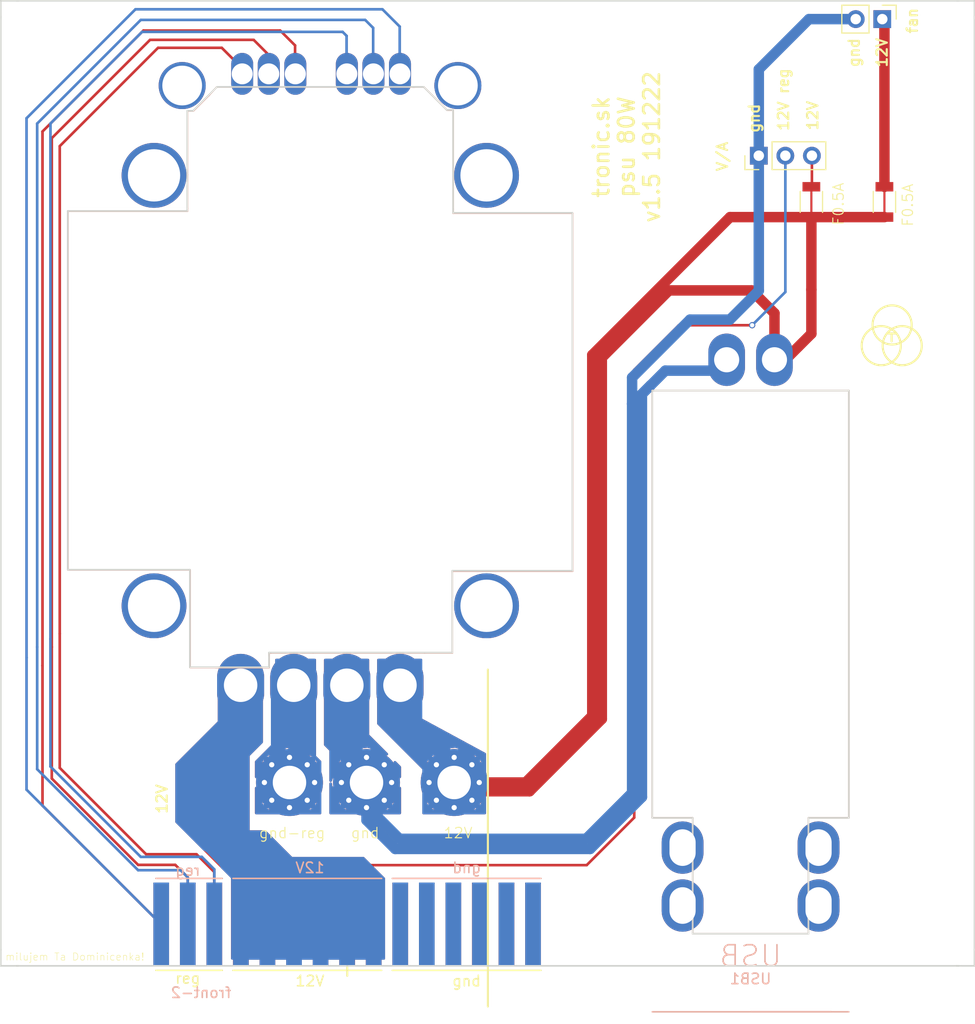
<source format=kicad_pcb>
(kicad_pcb (version 4) (host pcbnew 4.0.7)

  (general
    (links 66)
    (no_connects 10)
    (area 139.574199 20.863799 232.840601 122.7884)
    (thickness 1.6)
    (drawings 69)
    (tracks 127)
    (zones 0)
    (modules 11)
    (nets 13)
  )

  (page A4)
  (layers
    (0 F.Cu signal)
    (31 B.Cu signal)
    (32 B.Adhes user)
    (33 F.Adhes user)
    (34 B.Paste user)
    (35 F.Paste user)
    (36 B.SilkS user)
    (37 F.SilkS user)
    (38 B.Mask user)
    (39 F.Mask user)
    (40 Dwgs.User user)
    (41 Cmts.User user)
    (42 Eco1.User user)
    (43 Eco2.User user)
    (44 Edge.Cuts user)
    (45 Margin user)
    (46 B.CrtYd user)
    (47 F.CrtYd user)
    (48 B.Fab user)
    (49 F.Fab user)
  )

  (setup
    (last_trace_width 0.25)
    (trace_clearance 0.2)
    (zone_clearance 0.508)
    (zone_45_only yes)
    (trace_min 0.2)
    (segment_width 0.2)
    (edge_width 0.15)
    (via_size 0.6)
    (via_drill 0.4)
    (via_min_size 0.4)
    (via_min_drill 0.3)
    (uvia_size 0.3)
    (uvia_drill 0.1)
    (uvias_allowed no)
    (uvia_min_size 0.2)
    (uvia_min_drill 0.1)
    (pcb_text_width 0.3)
    (pcb_text_size 1.5 1.5)
    (mod_edge_width 0.15)
    (mod_text_size 1 1)
    (mod_text_width 0.15)
    (pad_size 4.5 6)
    (pad_drill 3.2)
    (pad_to_mask_clearance 0.2)
    (solder_mask_min_width 0.25)
    (aux_axis_origin 0 0)
    (grid_origin 130.683 96.139)
    (visible_elements 7FFFFFFF)
    (pcbplotparams
      (layerselection 0x010f0_80000001)
      (usegerberextensions true)
      (excludeedgelayer true)
      (linewidth 0.100000)
      (plotframeref false)
      (viasonmask false)
      (mode 1)
      (useauxorigin false)
      (hpglpennumber 1)
      (hpglpenspeed 20)
      (hpglpendiameter 15)
      (hpglpenoverlay 2)
      (psnegative false)
      (psa4output false)
      (plotreference true)
      (plotvalue true)
      (plotinvisibletext false)
      (padsonsilk false)
      (subtractmaskfromsilk false)
      (outputformat 1)
      (mirror false)
      (drillshape 0)
      (scaleselection 1)
      (outputdirectory gerber/))
  )

  (net 0 "")
  (net 1 12V-reg)
  (net 2 gnd)
  (net 3 gnd-ammeter)
  (net 4 cc3)
  (net 5 cc2)
  (net 6 cc1)
  (net 7 gnd-reg)
  (net 8 12V)
  (net 9 cv1)
  (net 10 cv2)
  (net 11 cv3)
  (net 12 "Net-(front-2-Pad5)")

  (net_class Default "This is the default net class."
    (clearance 0.2)
    (trace_width 0.25)
    (via_dia 0.6)
    (via_drill 0.4)
    (uvia_dia 0.3)
    (uvia_drill 0.1)
    (add_net 12V-reg)
    (add_net "Net-(front-2-Pad5)")
    (add_net cc1)
    (add_net cc2)
    (add_net cc3)
    (add_net cv1)
    (add_net cv2)
    (add_net cv3)
  )

  (net_class 2kv ""
    (clearance 2)
    (trace_width 1)
    (via_dia 1.5)
    (via_drill 1)
    (uvia_dia 0.75)
    (uvia_drill 0.25)
  )

  (net_class mains ""
    (clearance 1.8)
    (trace_width 5)
    (via_dia 3)
    (via_drill 2)
    (uvia_dia 1.5)
    (uvia_drill 0.5)
  )

  (net_class power ""
    (clearance 0.4)
    (trace_width 1)
    (via_dia 1.5)
    (via_drill 1)
    (uvia_dia 0.75)
    (uvia_drill 0.25)
    (add_net gnd)
    (add_net gnd-ammeter)
    (add_net gnd-reg)
  )

  (net_class small ""
    (clearance 0.2)
    (trace_width 0.2)
    (via_dia 0.6)
    (via_drill 0.4)
    (uvia_dia 0.3)
    (uvia_drill 0.1)
    (add_net 12V)
  )

  (module psw-library:psw-usb-charger-double (layer B.Cu) (tedit 5DB4C82D) (tstamp 5DB4D428)
    (at 211.3534 83.4136 270)
    (path /5C6AA854)
    (fp_text reference USB1 (at 33.02 0 540) (layer B.SilkS)
      (effects (font (size 1 1) (thickness 0.15)) (justify mirror))
    )
    (fp_text value USB (at 0.0508 10.7696 270) (layer B.Fab)
      (effects (font (size 1 1) (thickness 0.15)) (justify mirror))
    )
    (fp_line (start 17.6276 9.398) (end -23.2156 9.398) (layer B.SilkS) (width 0.15))
    (fp_line (start 17.6276 -9.398) (end -23.2156 -9.398) (layer B.SilkS) (width 0.15))
    (fp_line (start 18.6944 -5.5372) (end 17.6276 -5.5372) (layer B.SilkS) (width 0.15))
    (fp_line (start 18.6436 5.5372) (end 17.6276 5.5372) (layer B.SilkS) (width 0.15))
    (fp_line (start 36.1696 -9.398) (end 36.1696 9.398) (layer B.SilkS) (width 0.15))
    (fp_line (start -23.2156 -9.398) (end -23.2156 9.398) (layer B.SilkS) (width 0.15))
    (fp_line (start 36.1696 -7.7216) (end 36.1696 0) (layer B.SilkS) (width 0.15))
    (fp_line (start 28.702 -5.5372) (end 28.702 5.5372) (layer B.SilkS) (width 0.15))
    (fp_line (start 17.6276 5.5372) (end 17.6276 9.398) (layer B.SilkS) (width 0.15))
    (fp_line (start 28.702 -5.5372) (end 18.6944 -5.5372) (layer B.SilkS) (width 0.15))
    (fp_line (start 17.6276 -5.5372) (end 17.6276 -9.398) (layer B.SilkS) (width 0.15))
    (fp_line (start 28.702 5.5372) (end 18.6436 5.5372) (layer B.SilkS) (width 0.15))
    (fp_text user USB (at 30.8356 0 540) (layer B.SilkS)
      (effects (font (size 2 2) (thickness 0.15)) (justify mirror))
    )
    (pad 3 thru_hole oval (at 26.0096 -6.5024 270) (size 5 4) (drill oval 3.5 2.5) (layers *.Cu *.Mask))
    (pad 3 thru_hole oval (at 26.0096 6.5024 270) (size 5 4) (drill oval 3.5 2.5) (layers *.Cu *.Mask))
    (pad 1 thru_hole oval (at -26.162 -2.286 270) (size 5 3.5) (drill 2.4) (layers *.Cu *.Mask)
      (net 8 12V))
    (pad 2 thru_hole oval (at -26.162 2.286 270) (size 5 3.5) (drill 2.4) (layers *.Cu *.Mask)
      (net 2 gnd))
    (pad 3 thru_hole oval (at 20.4724 6.5024 270) (size 5 4) (drill oval 3.5 2.5) (layers *.Cu *.Mask))
    (pad 3 thru_hole oval (at 20.4724 -6.5024 270) (size 5 4) (drill oval 3.5 2.5) (layers *.Cu *.Mask))
  )

  (module Resistors_SMD:R_1206 (layer F.Cu) (tedit 5DB584E9) (tstamp 5C6AAC40)
    (at 217.17 42.164 270)
    (descr "Resistor SMD 1206, reflow soldering, Vishay (see dcrcw.pdf)")
    (tags "resistor 1206")
    (path /5C6AB327)
    (attr smd)
    (fp_text reference F0.5A1 (at -0.127 -2.667 270) (layer F.SilkS) hide
      (effects (font (size 1 1) (thickness 0.15)))
    )
    (fp_text value R (at 0 1.95 270) (layer F.Fab)
      (effects (font (size 1 1) (thickness 0.15)))
    )
    (fp_text user %R (at 0 0 270) (layer F.Fab)
      (effects (font (size 0.7 0.7) (thickness 0.105)))
    )
    (fp_line (start -1.6 0.8) (end -1.6 -0.8) (layer F.Fab) (width 0.1))
    (fp_line (start 1.6 0.8) (end -1.6 0.8) (layer F.Fab) (width 0.1))
    (fp_line (start 1.6 -0.8) (end 1.6 0.8) (layer F.Fab) (width 0.1))
    (fp_line (start -1.6 -0.8) (end 1.6 -0.8) (layer F.Fab) (width 0.1))
    (fp_line (start 1 1.07) (end -1 1.07) (layer F.SilkS) (width 0.12))
    (fp_line (start -1 -1.07) (end 1 -1.07) (layer F.SilkS) (width 0.12))
    (fp_line (start -2.15 -1.11) (end 2.15 -1.11) (layer F.CrtYd) (width 0.05))
    (fp_line (start -2.15 -1.11) (end -2.15 1.1) (layer F.CrtYd) (width 0.05))
    (fp_line (start 2.15 1.1) (end 2.15 -1.11) (layer F.CrtYd) (width 0.05))
    (fp_line (start 2.15 1.1) (end -2.15 1.1) (layer F.CrtYd) (width 0.05))
    (pad 1 smd rect (at -1.45 0 270) (size 0.9 1.7) (layers F.Cu F.Paste F.Mask)
      (net 8 12V))
    (pad 2 smd rect (at 1.45 0 270) (size 0.9 1.7) (layers F.Cu F.Paste F.Mask)
      (net 8 12V))
    (model ${KISYS3DMOD}/Resistors_SMD.3dshapes/R_1206.wrl
      (at (xyz 0 0 0))
      (scale (xyz 1 1 1))
      (rotate (xyz 0 0 0))
    )
  )

  (module Pin_Headers:Pin_Header_Straight_1x03_Pitch2.54mm (layer F.Cu) (tedit 5DB584C7) (tstamp 5C6AAC47)
    (at 212.1408 37.7444 90)
    (descr "Through hole straight pin header, 1x03, 2.54mm pitch, single row")
    (tags "Through hole pin header THT 1x03 2.54mm single row")
    (path /5C6AAF85)
    (fp_text reference V/A1 (at 0.0254 -3.4798 90) (layer F.SilkS) hide
      (effects (font (size 1 1) (thickness 0.15)))
    )
    (fp_text value V/A (at 0 7.41 90) (layer F.Fab)
      (effects (font (size 1 1) (thickness 0.15)))
    )
    (fp_line (start -0.635 -1.27) (end 1.27 -1.27) (layer F.Fab) (width 0.1))
    (fp_line (start 1.27 -1.27) (end 1.27 6.35) (layer F.Fab) (width 0.1))
    (fp_line (start 1.27 6.35) (end -1.27 6.35) (layer F.Fab) (width 0.1))
    (fp_line (start -1.27 6.35) (end -1.27 -0.635) (layer F.Fab) (width 0.1))
    (fp_line (start -1.27 -0.635) (end -0.635 -1.27) (layer F.Fab) (width 0.1))
    (fp_line (start -1.33 6.41) (end 1.33 6.41) (layer F.SilkS) (width 0.12))
    (fp_line (start -1.33 1.27) (end -1.33 6.41) (layer F.SilkS) (width 0.12))
    (fp_line (start 1.33 1.27) (end 1.33 6.41) (layer F.SilkS) (width 0.12))
    (fp_line (start -1.33 1.27) (end 1.33 1.27) (layer F.SilkS) (width 0.12))
    (fp_line (start -1.33 0) (end -1.33 -1.33) (layer F.SilkS) (width 0.12))
    (fp_line (start -1.33 -1.33) (end 0 -1.33) (layer F.SilkS) (width 0.12))
    (fp_line (start -1.8 -1.8) (end -1.8 6.85) (layer F.CrtYd) (width 0.05))
    (fp_line (start -1.8 6.85) (end 1.8 6.85) (layer F.CrtYd) (width 0.05))
    (fp_line (start 1.8 6.85) (end 1.8 -1.8) (layer F.CrtYd) (width 0.05))
    (fp_line (start 1.8 -1.8) (end -1.8 -1.8) (layer F.CrtYd) (width 0.05))
    (fp_text user %R (at 0 2.54 180) (layer F.Fab)
      (effects (font (size 1 1) (thickness 0.15)))
    )
    (pad 1 thru_hole rect (at 0 0 90) (size 1.7 1.7) (drill 1) (layers *.Cu *.Mask)
      (net 2 gnd))
    (pad 2 thru_hole oval (at 0 2.54 90) (size 1.7 1.7) (drill 1) (layers *.Cu *.Mask)
      (net 1 12V-reg))
    (pad 3 thru_hole oval (at 0 5.08 90) (size 1.7 1.7) (drill 1) (layers *.Cu *.Mask)
      (net 8 12V))
    (model ${KISYS3DMOD}/Pin_Headers.3dshapes/Pin_Header_Straight_1x03_Pitch2.54mm.wrl
      (at (xyz 0 0 0))
      (scale (xyz 1 1 1))
      (rotate (xyz 0 0 0))
    )
  )

  (module psw-library:psw-conn-regulators (layer B.Cu) (tedit 5C6AD7D6) (tstamp 5C6ADF25)
    (at 153.9748 115.4684)
    (path /5C6A972A)
    (fp_text reference front-2 (at 4.826 2.286) (layer B.SilkS)
      (effects (font (size 1 1) (thickness 0.15)) (justify mirror))
    )
    (fp_text value front-2 (at 4.445 4.445) (layer B.Fab)
      (effects (font (size 1 1) (thickness 0.15)) (justify mirror))
    )
    (fp_line (start 6.858 -8.636) (end 0.508 -8.636) (layer B.SilkS) (width 0.15))
    (fp_line (start 22.098 -8.636) (end 7.874 -8.636) (layer B.SilkS) (width 0.15))
    (fp_line (start 37.338 -8.636) (end 23.114 -8.636) (layer B.SilkS) (width 0.15))
    (fp_text user gnd (at 30.226 -9.652 180) (layer B.SilkS)
      (effects (font (size 1 1) (thickness 0.15)) (justify mirror))
    )
    (fp_text user 12V (at 15.24 -9.652 180) (layer B.SilkS)
      (effects (font (size 1 1) (thickness 0.15)) (justify mirror))
    )
    (fp_text user reg (at 3.556 -9.398) (layer B.SilkS)
      (effects (font (size 1 1) (thickness 0.15)) (justify mirror))
    )
    (pad 5 smd rect (at 34.036 -4.2418) (size 1.5 8) (layers B.Cu B.Paste B.Mask)
      (net 12 "Net-(front-2-Pad5)") (zone_connect 2))
    (pad 5 smd rect (at 36.576 -4.2418) (size 1.5 8) (layers B.Cu B.Paste B.Mask)
      (net 12 "Net-(front-2-Pad5)") (zone_connect 2))
    (pad 5 smd rect (at 31.496 -4.2418) (size 1.5 8) (layers B.Cu B.Paste B.Mask)
      (net 12 "Net-(front-2-Pad5)") (zone_connect 2))
    (pad 5 smd rect (at 28.956 -4.2418) (size 1.5 8) (layers B.Cu B.Paste B.Mask)
      (net 12 "Net-(front-2-Pad5)") (zone_connect 2))
    (pad 5 smd rect (at 23.876 -4.2418) (size 1.5 8) (layers B.Cu B.Paste B.Mask)
      (net 12 "Net-(front-2-Pad5)") (zone_connect 2))
    (pad 5 smd rect (at 26.416 -4.2418) (size 1.5 8) (layers B.Cu B.Paste B.Mask)
      (net 12 "Net-(front-2-Pad5)") (zone_connect 2))
    (pad 4 smd rect (at 16.256 -4.2418) (size 1.5 8) (layers B.Cu B.Paste B.Mask)
      (net 1 12V-reg) (zone_connect 2))
    (pad 4 smd rect (at 18.796 -4.2418) (size 1.5 8) (layers B.Cu B.Paste B.Mask)
      (net 1 12V-reg) (zone_connect 2))
    (pad 4 smd rect (at 21.336 -4.2418) (size 1.5 8) (layers B.Cu B.Paste B.Mask)
      (net 1 12V-reg) (zone_connect 2))
    (pad 4 smd rect (at 13.716 -4.2418) (size 1.5 8) (layers B.Cu B.Paste B.Mask)
      (net 1 12V-reg) (zone_connect 2))
    (pad 4 smd rect (at 11.176 -4.2418) (size 1.5 8) (layers B.Cu B.Paste B.Mask)
      (net 1 12V-reg) (zone_connect 2))
    (pad 1 smd rect (at 1.016 -4.2418) (size 1.5 8) (layers B.Cu B.Paste B.Mask)
      (net 9 cv1) (zone_connect 2))
    (pad 2 smd rect (at 3.556 -4.2418) (size 1.5 8) (layers B.Cu B.Paste B.Mask)
      (net 10 cv2) (zone_connect 2))
    (pad 3 smd rect (at 6.096 -4.2418) (size 1.5 8) (layers B.Cu B.Paste B.Mask)
      (net 11 cv3) (zone_connect 2))
    (pad 4 smd rect (at 8.636 -4.2418) (size 1.5 8) (layers B.Cu B.Paste B.Mask)
      (net 1 12V-reg) (zone_connect 2))
  )

  (module psw-library:psw-conn-regulators (layer F.Cu) (tedit 5C6AD813) (tstamp 5C6AE061)
    (at 153.9748 106.9848)
    (path /5C6A9679)
    (fp_text reference front-1 (at 4.826 -2.286) (layer F.SilkS) hide
      (effects (font (size 1 1) (thickness 0.15)))
    )
    (fp_text value front-1 (at 4.445 -4.445) (layer F.Fab)
      (effects (font (size 1 1) (thickness 0.15)))
    )
    (fp_line (start 6.858 8.636) (end 0.508 8.636) (layer F.SilkS) (width 0.15))
    (fp_line (start 22.098 8.636) (end 7.874 8.636) (layer F.SilkS) (width 0.15))
    (fp_line (start 37.338 8.636) (end 23.114 8.636) (layer F.SilkS) (width 0.15))
    (fp_text user gnd (at 30.226 9.652 180) (layer F.SilkS)
      (effects (font (size 1 1) (thickness 0.15)))
    )
    (fp_text user 12V (at 15.24 9.652 180) (layer F.SilkS)
      (effects (font (size 1 1) (thickness 0.15)))
    )
    (fp_text user reg (at 3.556 9.398) (layer F.SilkS)
      (effects (font (size 1 1) (thickness 0.15)))
    )
    (pad 5 smd rect (at 34.036 4.2418) (size 1.5 8) (layers F.Cu F.Paste F.Mask)
      (net 3 gnd-ammeter) (zone_connect 2))
    (pad 5 smd rect (at 36.576 4.2418) (size 1.5 8) (layers F.Cu F.Paste F.Mask)
      (net 3 gnd-ammeter) (zone_connect 2))
    (pad 5 smd rect (at 31.496 4.2418) (size 1.5 8) (layers F.Cu F.Paste F.Mask)
      (net 3 gnd-ammeter) (zone_connect 2))
    (pad 5 smd rect (at 28.956 4.2418) (size 1.5 8) (layers F.Cu F.Paste F.Mask)
      (net 3 gnd-ammeter) (zone_connect 2))
    (pad 5 smd rect (at 23.876 4.2418) (size 1.5 8) (layers F.Cu F.Paste F.Mask)
      (net 3 gnd-ammeter) (zone_connect 2))
    (pad 5 smd rect (at 26.416 4.2418) (size 1.5 8) (layers F.Cu F.Paste F.Mask)
      (net 3 gnd-ammeter) (zone_connect 2))
    (pad 4 smd rect (at 16.256 4.2418) (size 1.5 8) (layers F.Cu F.Paste F.Mask)
      (net 1 12V-reg) (zone_connect 2))
    (pad 4 smd rect (at 18.796 4.2418) (size 1.5 8) (layers F.Cu F.Paste F.Mask)
      (net 1 12V-reg) (zone_connect 2))
    (pad 4 smd rect (at 21.336 4.2418) (size 1.5 8) (layers F.Cu F.Paste F.Mask)
      (net 1 12V-reg) (zone_connect 2))
    (pad 4 smd rect (at 13.716 4.2418) (size 1.5 8) (layers F.Cu F.Paste F.Mask)
      (net 1 12V-reg) (zone_connect 2))
    (pad 4 smd rect (at 11.176 4.2418) (size 1.5 8) (layers F.Cu F.Paste F.Mask)
      (net 1 12V-reg) (zone_connect 2))
    (pad 1 smd rect (at 1.016 4.2418) (size 1.5 8) (layers F.Cu F.Paste F.Mask)
      (net 6 cc1) (zone_connect 2))
    (pad 2 smd rect (at 3.556 4.2418) (size 1.5 8) (layers F.Cu F.Paste F.Mask)
      (net 5 cc2) (zone_connect 2))
    (pad 3 smd rect (at 6.096 4.2418) (size 1.5 8) (layers F.Cu F.Paste F.Mask)
      (net 4 cc3) (zone_connect 2))
    (pad 4 smd rect (at 8.636 4.2418) (size 1.5 8) (layers F.Cu F.Paste F.Mask)
      (net 1 12V-reg) (zone_connect 2))
  )

  (module Resistors_SMD:R_1206 (layer F.Cu) (tedit 5DB58507) (tstamp 5C6AF090)
    (at 224.155 42.164 270)
    (descr "Resistor SMD 1206, reflow soldering, Vishay (see dcrcw.pdf)")
    (tags "resistor 1206")
    (path /5C6AF087)
    (attr smd)
    (fp_text reference F0.5A2 (at -0.0254 -2.2606 270) (layer F.SilkS) hide
      (effects (font (size 1 1) (thickness 0.15)))
    )
    (fp_text value R (at 0 1.95 270) (layer F.Fab)
      (effects (font (size 1 1) (thickness 0.15)))
    )
    (fp_text user %R (at 0 0 270) (layer F.Fab)
      (effects (font (size 0.7 0.7) (thickness 0.105)))
    )
    (fp_line (start -1.6 0.8) (end -1.6 -0.8) (layer F.Fab) (width 0.1))
    (fp_line (start 1.6 0.8) (end -1.6 0.8) (layer F.Fab) (width 0.1))
    (fp_line (start 1.6 -0.8) (end 1.6 0.8) (layer F.Fab) (width 0.1))
    (fp_line (start -1.6 -0.8) (end 1.6 -0.8) (layer F.Fab) (width 0.1))
    (fp_line (start 1 1.07) (end -1 1.07) (layer F.SilkS) (width 0.12))
    (fp_line (start -1 -1.07) (end 1 -1.07) (layer F.SilkS) (width 0.12))
    (fp_line (start -2.15 -1.11) (end 2.15 -1.11) (layer F.CrtYd) (width 0.05))
    (fp_line (start -2.15 -1.11) (end -2.15 1.1) (layer F.CrtYd) (width 0.05))
    (fp_line (start 2.15 1.1) (end 2.15 -1.11) (layer F.CrtYd) (width 0.05))
    (fp_line (start 2.15 1.1) (end -2.15 1.1) (layer F.CrtYd) (width 0.05))
    (pad 1 smd rect (at -1.45 0 270) (size 0.9 1.7) (layers F.Cu F.Paste F.Mask)
      (net 8 12V))
    (pad 2 smd rect (at 1.45 0 270) (size 0.9 1.7) (layers F.Cu F.Paste F.Mask)
      (net 8 12V))
    (model ${KISYS3DMOD}/Resistors_SMD.3dshapes/R_1206.wrl
      (at (xyz 0 0 0))
      (scale (xyz 1 1 1))
      (rotate (xyz 0 0 0))
    )
  )

  (module Pin_Headers:Pin_Header_Straight_1x02_Pitch2.54mm (layer F.Cu) (tedit 5DB58519) (tstamp 5C6AF096)
    (at 223.9518 24.6888 270)
    (descr "Through hole straight pin header, 1x02, 2.54mm pitch, single row")
    (tags "Through hole pin header THT 1x02 2.54mm single row")
    (path /5C6AF176)
    (fp_text reference fan1 (at 0 -2.8448 270) (layer F.SilkS) hide
      (effects (font (size 1 1) (thickness 0.15)))
    )
    (fp_text value fan (at 0 4.87 270) (layer F.Fab)
      (effects (font (size 1 1) (thickness 0.15)))
    )
    (fp_line (start -0.635 -1.27) (end 1.27 -1.27) (layer F.Fab) (width 0.1))
    (fp_line (start 1.27 -1.27) (end 1.27 3.81) (layer F.Fab) (width 0.1))
    (fp_line (start 1.27 3.81) (end -1.27 3.81) (layer F.Fab) (width 0.1))
    (fp_line (start -1.27 3.81) (end -1.27 -0.635) (layer F.Fab) (width 0.1))
    (fp_line (start -1.27 -0.635) (end -0.635 -1.27) (layer F.Fab) (width 0.1))
    (fp_line (start -1.33 3.87) (end 1.33 3.87) (layer F.SilkS) (width 0.12))
    (fp_line (start -1.33 1.27) (end -1.33 3.87) (layer F.SilkS) (width 0.12))
    (fp_line (start 1.33 1.27) (end 1.33 3.87) (layer F.SilkS) (width 0.12))
    (fp_line (start -1.33 1.27) (end 1.33 1.27) (layer F.SilkS) (width 0.12))
    (fp_line (start -1.33 0) (end -1.33 -1.33) (layer F.SilkS) (width 0.12))
    (fp_line (start -1.33 -1.33) (end 0 -1.33) (layer F.SilkS) (width 0.12))
    (fp_line (start -1.8 -1.8) (end -1.8 4.35) (layer F.CrtYd) (width 0.05))
    (fp_line (start -1.8 4.35) (end 1.8 4.35) (layer F.CrtYd) (width 0.05))
    (fp_line (start 1.8 4.35) (end 1.8 -1.8) (layer F.CrtYd) (width 0.05))
    (fp_line (start 1.8 -1.8) (end -1.8 -1.8) (layer F.CrtYd) (width 0.05))
    (fp_text user %R (at 0 1.27 360) (layer F.Fab)
      (effects (font (size 1 1) (thickness 0.15)))
    )
    (pad 1 thru_hole rect (at 0 0 270) (size 1.7 1.7) (drill 1) (layers *.Cu *.Mask)
      (net 8 12V))
    (pad 2 thru_hole oval (at 0 2.54 270) (size 1.7 1.7) (drill 1) (layers *.Cu *.Mask)
      (net 2 gnd))
    (model ${KISYS3DMOD}/Pin_Headers.3dshapes/Pin_Header_Straight_1x02_Pitch2.54mm.wrl
      (at (xyz 0 0 0))
      (scale (xyz 1 1 1))
      (rotate (xyz 0 0 0))
    )
  )

  (module Mounting_Holes:MountingHole_3.2mm_M3_Pad_Via (layer F.Cu) (tedit 5DB5855E) (tstamp 5DB57BDE)
    (at 183.007 97.663)
    (descr "Mounting Hole 3.2mm, M3")
    (tags "mounting hole 3.2mm m3")
    (path /5C6ABA86)
    (attr virtual)
    (fp_text reference 12V1 (at 0 -4.2) (layer F.SilkS) hide
      (effects (font (size 1 1) (thickness 0.15)))
    )
    (fp_text value 12V (at 0 4.2) (layer F.Fab)
      (effects (font (size 1 1) (thickness 0.15)))
    )
    (fp_text user %R (at 0.3 0) (layer F.Fab)
      (effects (font (size 1 1) (thickness 0.15)))
    )
    (fp_circle (center 0 0) (end 3.2 0) (layer Cmts.User) (width 0.15))
    (fp_circle (center 0 0) (end 3.45 0) (layer F.CrtYd) (width 0.05))
    (pad 1 thru_hole circle (at 0 0) (size 6.4 6.4) (drill 3.2) (layers *.Cu *.Mask)
      (net 8 12V) (zone_connect 2))
    (pad 1 thru_hole circle (at 2.4 0) (size 0.8 0.8) (drill 0.5) (layers *.Cu *.Mask)
      (net 8 12V))
    (pad 1 thru_hole circle (at 1.697056 1.697056) (size 0.8 0.8) (drill 0.5) (layers *.Cu *.Mask)
      (net 8 12V))
    (pad 1 thru_hole circle (at 0 2.4) (size 0.8 0.8) (drill 0.5) (layers *.Cu *.Mask)
      (net 8 12V))
    (pad 1 thru_hole circle (at -1.697056 1.697056) (size 0.8 0.8) (drill 0.5) (layers *.Cu *.Mask)
      (net 8 12V))
    (pad 1 thru_hole circle (at -2.4 0) (size 0.8 0.8) (drill 0.5) (layers *.Cu *.Mask)
      (net 8 12V))
    (pad 1 thru_hole circle (at -1.697056 -1.697056) (size 0.8 0.8) (drill 0.5) (layers *.Cu *.Mask)
      (net 8 12V))
    (pad 1 thru_hole circle (at 0 -2.4) (size 0.8 0.8) (drill 0.5) (layers *.Cu *.Mask)
      (net 8 12V))
    (pad 1 thru_hole circle (at 1.697056 -1.697056) (size 0.8 0.8) (drill 0.5) (layers *.Cu *.Mask)
      (net 8 12V))
  )

  (module Mounting_Holes:MountingHole_3.2mm_M3_Pad_Via (layer F.Cu) (tedit 5DB58564) (tstamp 5DB57BEA)
    (at 167.259 97.663)
    (descr "Mounting Hole 3.2mm, M3")
    (tags "mounting hole 3.2mm m3")
    (path /5C6ABC79)
    (attr virtual)
    (fp_text reference gnd-reg1 (at 0 -4.2) (layer F.SilkS) hide
      (effects (font (size 1 1) (thickness 0.15)))
    )
    (fp_text value gnd-reg (at 0 4.2) (layer F.Fab)
      (effects (font (size 1 1) (thickness 0.15)))
    )
    (fp_text user %R (at 0.3 0) (layer F.Fab)
      (effects (font (size 1 1) (thickness 0.15)))
    )
    (fp_circle (center 0 0) (end 3.2 0) (layer Cmts.User) (width 0.15))
    (fp_circle (center 0 0) (end 3.45 0) (layer F.CrtYd) (width 0.05))
    (pad 1 thru_hole circle (at 0 0) (size 6.4 6.4) (drill 3.2) (layers *.Cu *.Mask)
      (net 7 gnd-reg) (zone_connect 2))
    (pad 1 thru_hole circle (at 2.4 0) (size 0.8 0.8) (drill 0.5) (layers *.Cu *.Mask)
      (net 7 gnd-reg))
    (pad 1 thru_hole circle (at 1.697056 1.697056) (size 0.8 0.8) (drill 0.5) (layers *.Cu *.Mask)
      (net 7 gnd-reg))
    (pad 1 thru_hole circle (at 0 2.4) (size 0.8 0.8) (drill 0.5) (layers *.Cu *.Mask)
      (net 7 gnd-reg))
    (pad 1 thru_hole circle (at -1.697056 1.697056) (size 0.8 0.8) (drill 0.5) (layers *.Cu *.Mask)
      (net 7 gnd-reg))
    (pad 1 thru_hole circle (at -2.4 0) (size 0.8 0.8) (drill 0.5) (layers *.Cu *.Mask)
      (net 7 gnd-reg))
    (pad 1 thru_hole circle (at -1.697056 -1.697056) (size 0.8 0.8) (drill 0.5) (layers *.Cu *.Mask)
      (net 7 gnd-reg))
    (pad 1 thru_hole circle (at 0 -2.4) (size 0.8 0.8) (drill 0.5) (layers *.Cu *.Mask)
      (net 7 gnd-reg))
    (pad 1 thru_hole circle (at 1.697056 -1.697056) (size 0.8 0.8) (drill 0.5) (layers *.Cu *.Mask)
      (net 7 gnd-reg))
  )

  (module Mounting_Holes:MountingHole_3.2mm_M3_Pad_Via (layer F.Cu) (tedit 5DB58561) (tstamp 5DB57BF6)
    (at 174.625 97.663)
    (descr "Mounting Hole 3.2mm, M3")
    (tags "mounting hole 3.2mm m3")
    (path /5C6ABB40)
    (attr virtual)
    (fp_text reference gnd1 (at 0 -4.2) (layer F.SilkS) hide
      (effects (font (size 1 1) (thickness 0.15)))
    )
    (fp_text value gnd (at 0 4.2) (layer F.Fab)
      (effects (font (size 1 1) (thickness 0.15)))
    )
    (fp_text user %R (at 0.3 0) (layer F.Fab)
      (effects (font (size 1 1) (thickness 0.15)))
    )
    (fp_circle (center 0 0) (end 3.2 0) (layer Cmts.User) (width 0.15))
    (fp_circle (center 0 0) (end 3.45 0) (layer F.CrtYd) (width 0.05))
    (pad 1 thru_hole circle (at 0 0) (size 6.4 6.4) (drill 3.2) (layers *.Cu *.Mask)
      (net 2 gnd) (zone_connect 2))
    (pad 1 thru_hole circle (at 2.4 0) (size 0.8 0.8) (drill 0.5) (layers *.Cu *.Mask)
      (net 2 gnd))
    (pad 1 thru_hole circle (at 1.697056 1.697056) (size 0.8 0.8) (drill 0.5) (layers *.Cu *.Mask)
      (net 2 gnd))
    (pad 1 thru_hole circle (at 0 2.4) (size 0.8 0.8) (drill 0.5) (layers *.Cu *.Mask)
      (net 2 gnd))
    (pad 1 thru_hole circle (at -1.697056 1.697056) (size 0.8 0.8) (drill 0.5) (layers *.Cu *.Mask)
      (net 2 gnd))
    (pad 1 thru_hole circle (at -2.4 0) (size 0.8 0.8) (drill 0.5) (layers *.Cu *.Mask)
      (net 2 gnd))
    (pad 1 thru_hole circle (at -1.697056 -1.697056) (size 0.8 0.8) (drill 0.5) (layers *.Cu *.Mask)
      (net 2 gnd))
    (pad 1 thru_hole circle (at 0 -2.4) (size 0.8 0.8) (drill 0.5) (layers *.Cu *.Mask)
      (net 2 gnd))
    (pad 1 thru_hole circle (at 1.697056 -1.697056) (size 0.8 0.8) (drill 0.5) (layers *.Cu *.Mask)
      (net 2 gnd))
  )

  (module psw-library:psw-reg-big-buck-boost (layer B.Cu) (tedit 5DFF49EB) (tstamp 5DB57DCD)
    (at 170.2054 60.198)
    (path /5C433A88)
    (fp_text reference stab-big1 (at -25.654 0.127 90) (layer B.SilkS) hide
      (effects (font (size 1 1) (thickness 0.15)) (justify mirror))
    )
    (fp_text value stab-big (at 25.7175 0 270) (layer B.Fab)
      (effects (font (size 1 1) (thickness 0.15)) (justify mirror))
    )
    (fp_line (start -10.668 -28.194) (end -9.906 -29.0195) (layer B.SilkS) (width 0.15))
    (fp_line (start -9.906 -29.0195) (end 9.017 -29.0195) (layer B.SilkS) (width 0.15))
    (fp_line (start 10.668 -28.2575) (end 9.906 -29.0195) (layer B.SilkS) (width 0.15))
    (fp_line (start 9.906 -29.0195) (end 8.8265 -29.0195) (layer B.SilkS) (width 0.15))
    (fp_line (start -12.7 -20.6375) (end -12.7 -17.399) (layer B.SilkS) (width 0.15))
    (fp_line (start -12.7 -17.399) (end -12.7 -17.145) (layer B.SilkS) (width 0.15))
    (fp_line (start -12.7 -17.145) (end -24.13 -17.145) (layer B.SilkS) (width 0.15))
    (fp_line (start -24.13 -17.145) (end -24.13 17.145) (layer B.SilkS) (width 0.15))
    (fp_line (start -24.13 17.145) (end -12.446 17.145) (layer B.SilkS) (width 0.15))
    (fp_line (start -12.446 17.145) (end -12.446 26.4795) (layer B.SilkS) (width 0.15))
    (fp_line (start -12.446 26.4795) (end -4.8895 26.4795) (layer B.SilkS) (width 0.15))
    (fp_line (start -12.7 -20.6375) (end -12.7 -26.7335) (layer B.SilkS) (width 0.15))
    (fp_line (start -12.7 -26.7335) (end -12.1285 -26.7335) (layer B.SilkS) (width 0.15))
    (fp_line (start 12.6365 20.5105) (end 12.6365 17.399) (layer B.SilkS) (width 0.15))
    (fp_line (start 12.6365 17.399) (end 12.6365 17.272) (layer B.SilkS) (width 0.15))
    (fp_line (start 12.6365 17.272) (end 24.13 17.272) (layer B.SilkS) (width 0.15))
    (fp_line (start 24.13 17.272) (end 24.13 -16.9545) (layer B.SilkS) (width 0.15))
    (fp_line (start 12.6365 25.0825) (end 9.9695 25.0825) (layer B.SilkS) (width 0.15))
    (fp_line (start 12.6365 20.5105) (end 12.6365 25.0825) (layer B.SilkS) (width 0.15))
    (fp_line (start 12.7 -20.447) (end 12.7 -17.3355) (layer B.SilkS) (width 0.15))
    (fp_line (start 12.7 -17.3355) (end 12.7 -16.9545) (layer B.SilkS) (width 0.15))
    (fp_line (start 12.7 -16.9545) (end 24.13 -16.9545) (layer B.SilkS) (width 0.15))
    (fp_line (start 12.7 -20.447) (end 12.7 -26.797) (layer B.SilkS) (width 0.15))
    (fp_line (start 12.7 -26.797) (end 12.1285 -26.797) (layer B.SilkS) (width 0.15))
    (fp_line (start -10.6045 -28.2575) (end -12.1285 -26.7335) (layer B.SilkS) (width 0.15))
    (fp_line (start 10.668 -28.2575) (end 12.1285 -26.797) (layer B.SilkS) (width 0.15))
    (fp_line (start -4.8895 25.0825) (end -4.8895 25.4) (layer B.SilkS) (width 0.15))
    (fp_line (start -4.699 25.0825) (end -4.8895 25.0825) (layer B.SilkS) (width 0.15))
    (fp_line (start -4.8895 26.4795) (end -10.033 26.4795) (layer B.SilkS) (width 0.15))
    (fp_line (start -4.7625 25.0825) (end -0.6985 25.0825) (layer B.SilkS) (width 0.15))
    (fp_line (start -0.6985 25.0825) (end 9.9695 25.0825) (layer B.SilkS) (width 0.15))
    (fp_line (start -4.8895 25.146) (end -4.8895 26.4795) (layer B.SilkS) (width 0.15))
    (pad 7 thru_hole oval (at -2.3876 -30.2768) (size 2.1 4) (drill 2) (layers *.Cu *.Mask)
      (net 6 cc1))
    (pad 6 thru_hole oval (at -4.9276 -30.2768) (size 2.1 4) (drill 2) (layers *.Cu *.Mask)
      (net 5 cc2))
    (pad 5 thru_hole oval (at -7.4676 -30.2768) (size 2.1 4) (drill 2) (layers *.Cu *.Mask)
      (net 4 cc3))
    (pad 0 thru_hole circle (at -15.9004 20.574) (size 6.2 6.2) (drill 5) (layers *.Cu *.Mask))
    (pad 0 thru_hole circle (at 15.9004 20.574) (size 6.2 6.2) (drill 5) (layers *.Cu *.Mask))
    (pad 0 thru_hole circle (at 15.9004 -20.574) (size 6.2 6.2) (drill 5) (layers *.Cu *.Mask))
    (pad 0 thru_hole circle (at -15.9004 -20.574) (size 6.2 6.2) (drill 5) (layers *.Cu *.Mask))
    (pad 1 thru_hole oval (at -7.62 28.1686) (size 4.5 6) (drill 3.2) (layers *.Cu *.Mask)
      (net 1 12V-reg) (zone_connect 2))
    (pad 2 thru_hole oval (at -2.54 28.1686) (size 4.5 6) (drill 3.2) (layers *.Cu *.Mask)
      (net 7 gnd-reg) (zone_connect 2))
    (pad 3 thru_hole oval (at 2.54 28.1686) (size 4.5 6) (drill 3.2) (layers *.Cu *.Mask)
      (net 2 gnd) (zone_connect 2))
    (pad 4 thru_hole oval (at 7.62 28.1686) (size 4.5 6) (drill 3.2) (layers *.Cu *.Mask)
      (net 8 12V) (zone_connect 2))
    (pad 0 thru_hole circle (at 13.1572 -29.1592) (size 4.5 4.5) (drill 3.8) (layers *.Cu *.Mask))
    (pad 0 thru_hole circle (at -13.208 -29.1592) (size 4.5 4.5) (drill 3.8) (layers *.Cu *.Mask))
    (pad 8 thru_hole oval (at 2.54 -30.2768) (size 2.1 4) (drill 2) (layers *.Cu *.Mask)
      (net 11 cv3))
    (pad 9 thru_hole oval (at 5.08 -30.2768) (size 2.1 4) (drill 2) (layers *.Cu *.Mask)
      (net 10 cv2))
    (pad 10 thru_hole oval (at 7.62 -30.2768) (size 2.1 4) (drill 2) (layers *.Cu *.Mask)
      (net 9 cv1))
  )

  (gr_line (start 224.536 54.737) (end 225.2218 54.737) (angle 90) (layer F.SilkS) (width 0.2))
  (gr_line (start 224.8408 55.499) (end 224.8408 54.7624) (angle 90) (layer F.SilkS) (width 0.2))
  (gr_circle (center 224.8916 53.9242) (end 226.1362 52.5272) (layer F.SilkS) (width 0.2) (tstamp 5DFF4BE0))
  (gr_circle (center 223.8502 55.9054) (end 225.0948 54.5084) (layer F.SilkS) (width 0.2) (tstamp 5DFF4BD1))
  (gr_circle (center 225.8568 55.9054) (end 227.1014 54.5084) (layer F.SilkS) (width 0.2))
  (gr_line (start 232.7656 115.189) (end 232.7656 113.5888) (angle 90) (layer Edge.Cuts) (width 0.15))
  (gr_line (start 231.0384 115.189) (end 232.7656 115.189) (angle 90) (layer Edge.Cuts) (width 0.15))
  (gr_line (start 139.6492 115.189) (end 141.3256 115.189) (angle 90) (layer Edge.Cuts) (width 0.15))
  (gr_line (start 139.6492 113.6142) (end 139.6492 115.189) (angle 90) (layer Edge.Cuts) (width 0.15))
  (gr_line (start 232.7656 22.9362) (end 232.7656 24.6634) (angle 90) (layer Edge.Cuts) (width 0.15))
  (gr_line (start 231.0638 22.9362) (end 232.7656 22.9362) (angle 90) (layer Edge.Cuts) (width 0.15))
  (gr_line (start 139.6492 22.9362) (end 139.6492 24.5872) (angle 90) (layer Edge.Cuts) (width 0.15))
  (gr_line (start 141.3764 22.9362) (end 139.6492 22.9362) (angle 90) (layer Edge.Cuts) (width 0.15))
  (gr_line (start 186.2328 119.0752) (end 186.2328 86.868) (angle 90) (layer F.SilkS) (width 0.2))
  (gr_text fan (at 226.822 24.8412 90) (layer F.SilkS)
    (effects (font (size 1 1) (thickness 0.2)))
  )
  (gr_text F0.5A (at 226.3902 42.4688 90) (layer F.SilkS)
    (effects (font (size 1 1) (thickness 0.1)))
  )
  (gr_text F0.5A (at 219.7608 42.3672 90) (layer F.SilkS)
    (effects (font (size 1 1) (thickness 0.1)))
  )
  (gr_text V/A (at 208.661 37.8206 90) (layer F.SilkS)
    (effects (font (size 1 1) (thickness 0.2)))
  )
  (gr_text "milujem Ta Dominicenka!" (at 146.7358 114.3254) (layer F.SilkS)
    (effects (font (size 0.7 0.7) (thickness 0.05)))
  )
  (gr_line (start 201.9554 101.0412) (end 201.9554 60.198) (angle 90) (layer Edge.Cuts) (width 0.15))
  (gr_line (start 205.8162 101.0412) (end 201.9554 101.0412) (angle 90) (layer Edge.Cuts) (width 0.15))
  (gr_line (start 205.8162 112.1156) (end 205.8162 101.0412) (angle 90) (layer Edge.Cuts) (width 0.15))
  (gr_line (start 216.8906 112.1156) (end 205.8162 112.1156) (angle 90) (layer Edge.Cuts) (width 0.15))
  (gr_line (start 216.8906 101.0412) (end 216.8906 112.1156) (angle 90) (layer Edge.Cuts) (width 0.15))
  (gr_line (start 220.7514 101.0412) (end 216.8906 101.0412) (angle 90) (layer Edge.Cuts) (width 0.15))
  (gr_line (start 220.7514 60.198) (end 220.7514 101.0412) (angle 90) (layer Edge.Cuts) (width 0.15))
  (gr_line (start 201.9554 60.198) (end 220.7514 60.198) (angle 90) (layer Edge.Cuts) (width 0.15))
  (gr_line (start 156.1338 31.0134) (end 156.1084 30.988) (angle 90) (layer F.SilkS) (width 0.2))
  (gr_line (start 156.972 31.0134) (end 156.1338 31.0134) (angle 90) (layer F.SilkS) (width 0.2))
  (gr_line (start 156.972 31.8262) (end 156.972 31.0134) (angle 90) (layer F.SilkS) (width 0.2))
  (gr_line (start 156.972 31.0134) (end 156.972 31.8262) (angle 90) (layer F.SilkS) (width 0.2))
  (gr_line (start 156.972 31.0134) (end 156.972 31.75) (angle 90) (layer F.SilkS) (width 0.2))
  (gr_line (start 155.7274 31.0134) (end 156.972 31.0134) (angle 90) (layer F.SilkS) (width 0.2))
  (gr_line (start 156.972 31.0134) (end 155.7274 31.0134) (angle 90) (layer F.SilkS) (width 0.2))
  (gr_text 12V (at 183.388 102.489) (layer F.SilkS)
    (effects (font (size 1 1) (thickness 0.1)))
  )
  (gr_text gnd (at 174.498 102.489) (layer F.SilkS)
    (effects (font (size 1 1) (thickness 0.1)))
  )
  (gr_text gnd-reg (at 167.513 102.489) (layer F.SilkS)
    (effects (font (size 1 1) (thickness 0.1)))
  )
  (gr_line (start 172.7835 115.316) (end 172.7835 116.1415) (angle 90) (layer F.SilkS) (width 0.2))
  (gr_text gnd (at 221.2594 27.8892 90) (layer F.SilkS)
    (effects (font (size 1 1) (thickness 0.2)))
  )
  (gr_text 12V (at 223.9264 27.8892 90) (layer F.SilkS)
    (effects (font (size 1 1) (thickness 0.2)))
  )
  (gr_text 12V (at 217.297 33.909 90) (layer F.SilkS)
    (effects (font (size 1 1) (thickness 0.2)))
  )
  (gr_text "12V reg" (at 214.503 32.385 90) (layer F.SilkS)
    (effects (font (size 1 1) (thickness 0.2)))
  )
  (gr_text gnd (at 211.709 34.163 90) (layer F.SilkS)
    (effects (font (size 1 1) (thickness 0.2)))
  )
  (gr_text 12V (at 155.067 99.2378 90) (layer F.SilkS)
    (effects (font (size 1 1) (thickness 0.2)))
  )
  (gr_line (start 232.7656 29.7434) (end 232.7656 24.4348) (angle 90) (layer Edge.Cuts) (width 0.15))
  (gr_line (start 139.6492 29.7434) (end 139.6492 24.4602) (angle 90) (layer Edge.Cuts) (width 0.15))
  (gr_line (start 141.1478 22.9362) (end 231.267 22.9362) (angle 90) (layer Edge.Cuts) (width 0.15))
  (gr_line (start 139.6492 113.6904) (end 139.6492 29.7688) (angle 90) (layer Edge.Cuts) (width 0.15))
  (gr_line (start 231.267 115.189) (end 141.1478 115.189) (angle 90) (layer Edge.Cuts) (width 0.15))
  (gr_line (start 232.7656 29.7688) (end 232.7656 113.6904) (angle 90) (layer Edge.Cuts) (width 0.15))
  (gr_line (start 157.48 43.0276) (end 157.48 33.4518) (angle 90) (layer Edge.Cuts) (width 0.15))
  (gr_line (start 146.05 43.0276) (end 157.48 43.0276) (angle 90) (layer Edge.Cuts) (width 0.15))
  (gr_line (start 146.05 77.3176) (end 146.05 43.0276) (angle 90) (layer Edge.Cuts) (width 0.15))
  (gr_line (start 157.734 77.3176) (end 146.05 77.3176) (angle 90) (layer Edge.Cuts) (width 0.15))
  (gr_line (start 157.734 86.6394) (end 157.734 77.3176) (angle 90) (layer Edge.Cuts) (width 0.15))
  (gr_line (start 165.3032 86.6394) (end 157.734 86.6394) (angle 90) (layer Edge.Cuts) (width 0.15))
  (gr_line (start 165.3032 85.2424) (end 165.3032 86.6394) (angle 90) (layer Edge.Cuts) (width 0.15))
  (gr_line (start 182.8292 85.2424) (end 165.3032 85.2424) (angle 90) (layer Edge.Cuts) (width 0.15))
  (gr_line (start 182.8292 77.4192) (end 182.8292 85.2424) (angle 90) (layer Edge.Cuts) (width 0.15))
  (gr_line (start 194.31 77.4192) (end 182.8292 77.4192) (angle 90) (layer Edge.Cuts) (width 0.15))
  (gr_line (start 194.31 43.2054) (end 194.31 77.4192) (angle 90) (layer Edge.Cuts) (width 0.15))
  (gr_line (start 182.9054 43.2054) (end 194.31 43.2054) (angle 90) (layer Edge.Cuts) (width 0.15))
  (gr_line (start 182.9054 33.3756) (end 182.9054 43.2054) (angle 90) (layer Edge.Cuts) (width 0.15))
  (gr_line (start 182.2958 33.3756) (end 182.9054 33.3756) (angle 90) (layer Edge.Cuts) (width 0.15))
  (gr_line (start 180.086 31.1658) (end 182.2958 33.3756) (angle 90) (layer Edge.Cuts) (width 0.15))
  (gr_line (start 160.3248 31.1658) (end 180.086 31.1658) (angle 90) (layer Edge.Cuts) (width 0.15))
  (gr_line (start 158.0388 33.4518) (end 160.3248 31.1658) (angle 90) (layer Edge.Cuts) (width 0.15))
  (gr_line (start 157.48 33.4518) (end 158.0388 33.4518) (angle 90) (layer Edge.Cuts) (width 0.15))
  (gr_text "tronic.sk\npsu 80W\nv1.5 191222" (at 199.4916 36.9062 90) (layer F.SilkS) (tstamp 5BB64175)
    (effects (font (size 1.5 1.5) (thickness 0.25)))
  )

  (segment (start 169.418 105.5624) (end 195.6816 105.5624) (width 0.25) (layer F.Cu) (net 1))
  (segment (start 214.6808 50.7746) (end 214.6808 37.7444) (width 0.25) (layer B.Cu) (net 1) (tstamp 5DB583BE))
  (segment (start 211.5058 53.9496) (end 214.6808 50.7746) (width 0.25) (layer B.Cu) (net 1) (tstamp 5DB583BD))
  (via (at 211.5058 53.9496) (size 0.6) (drill 0.4) (layers F.Cu B.Cu) (net 1))
  (segment (start 204.4954 53.9496) (end 211.5058 53.9496) (width 0.25) (layer F.Cu) (net 1) (tstamp 5DB583B9))
  (segment (start 200.2282 58.2168) (end 204.4954 53.9496) (width 0.25) (layer F.Cu) (net 1) (tstamp 5DB583B0))
  (segment (start 200.2282 101.0158) (end 200.2282 58.2168) (width 0.25) (layer F.Cu) (net 1) (tstamp 5DB583AE))
  (segment (start 195.6816 105.5624) (end 200.2282 101.0158) (width 0.25) (layer F.Cu) (net 1) (tstamp 5DB583AC))
  (segment (start 175.3108 111.2266) (end 172.7708 111.2266) (width 0.25) (layer B.Cu) (net 1))
  (segment (start 170.2308 111.2266) (end 172.7708 111.2266) (width 0.25) (layer B.Cu) (net 1))
  (segment (start 167.6908 111.2266) (end 170.2308 111.2266) (width 0.25) (layer B.Cu) (net 1))
  (segment (start 165.1508 111.2266) (end 167.6908 111.2266) (width 0.25) (layer B.Cu) (net 1))
  (segment (start 162.6108 111.2266) (end 165.1508 111.2266) (width 0.25) (layer B.Cu) (net 1))
  (segment (start 162.56 88.3412) (end 162.56 111.1758) (width 0.25) (layer B.Cu) (net 1))
  (segment (start 162.56 111.1758) (end 162.6108 111.2266) (width 0.25) (layer B.Cu) (net 1) (tstamp 5C6ACE0A))
  (segment (start 221.4118 24.6888) (end 216.9414 24.6888) (width 1) (layer B.Cu) (net 2))
  (segment (start 212.1408 29.4894) (end 212.1408 37.7444) (width 1) (layer B.Cu) (net 2) (tstamp 5DB584A0))
  (segment (start 216.9414 24.6888) (end 212.1408 29.4894) (width 1) (layer B.Cu) (net 2) (tstamp 5DB5849E))
  (segment (start 174.625 97.663) (end 174.625 101.2698) (width 1) (layer B.Cu) (net 2))
  (segment (start 200.9648 60.5282) (end 201.803 59.69) (width 1) (layer B.Cu) (net 2) (tstamp 5DB58403))
  (segment (start 200.9648 99.06) (end 200.9648 60.5282) (width 1) (layer B.Cu) (net 2) (tstamp 5DB583FD))
  (segment (start 196.0118 104.013) (end 200.9648 99.06) (width 1) (layer B.Cu) (net 2) (tstamp 5DB583F8))
  (segment (start 177.3682 104.013) (end 196.0118 104.013) (width 1) (layer B.Cu) (net 2) (tstamp 5DB583F4))
  (segment (start 174.625 101.2698) (end 177.3682 104.013) (width 1) (layer B.Cu) (net 2) (tstamp 5DB583F2))
  (segment (start 209.0674 58.293) (end 203.2 58.293) (width 1) (layer B.Cu) (net 2))
  (segment (start 203.2 58.293) (end 201.803 59.69) (width 1) (layer B.Cu) (net 2) (tstamp 5DB5835A))
  (segment (start 201.803 59.69) (end 200.025 61.468) (width 1) (layer B.Cu) (net 2) (tstamp 5DB58409))
  (segment (start 174.625 97.663) (end 174.625 99.8982) (width 1) (layer B.Cu) (net 2))
  (segment (start 174.625 99.8982) (end 177.7746 103.0478) (width 1) (layer B.Cu) (net 2) (tstamp 5DB58338))
  (segment (start 212.1408 50.6476) (end 212.1408 37.7444) (width 1) (layer B.Cu) (net 2) (tstamp 5DB5834B))
  (segment (start 209.3722 53.4162) (end 212.1408 50.6476) (width 1) (layer B.Cu) (net 2) (tstamp 5DB5834A))
  (segment (start 205.5622 53.4162) (end 209.3722 53.4162) (width 1) (layer B.Cu) (net 2) (tstamp 5DB58348))
  (segment (start 200.025 58.9534) (end 205.5622 53.4162) (width 1) (layer B.Cu) (net 2) (tstamp 5DB58343))
  (segment (start 200.025 98.6536) (end 200.025 61.468) (width 1) (layer B.Cu) (net 2) (tstamp 5DB5833B))
  (segment (start 200.025 61.468) (end 200.025 58.9534) (width 1) (layer B.Cu) (net 2) (tstamp 5DB5835D))
  (segment (start 195.6308 103.0478) (end 200.025 98.6536) (width 1) (layer B.Cu) (net 2) (tstamp 5DB5833A))
  (segment (start 177.7746 103.0478) (end 195.6308 103.0478) (width 1) (layer B.Cu) (net 2) (tstamp 5DB58339))
  (segment (start 172.72 88.3412) (end 172.72 95.758) (width 1) (layer B.Cu) (net 2))
  (segment (start 172.72 95.758) (end 174.625 97.663) (width 1) (layer B.Cu) (net 2) (tstamp 5C6ACE04))
  (segment (start 172.72 95.758) (end 174.625 97.663) (width 1) (layer F.Cu) (net 2) (tstamp 5C6ACE01))
  (segment (start 174.625 97.663) (end 174.625 99.314) (width 1) (layer B.Cu) (net 2))
  (segment (start 145.288 83.439) (end 145.288 96.266) (width 0.25) (layer F.Cu) (net 4))
  (segment (start 160.0708 106.2228) (end 160.0708 111.2266) (width 0.25) (layer F.Cu) (net 4) (tstamp 5C6ACE54))
  (segment (start 158.369 104.521) (end 160.0708 106.2228) (width 0.25) (layer F.Cu) (net 4) (tstamp 5C6ACE52))
  (segment (start 153.543 104.521) (end 158.369 104.521) (width 0.25) (layer F.Cu) (net 4) (tstamp 5C6ACE50))
  (segment (start 145.288 96.266) (end 153.543 104.521) (width 0.25) (layer F.Cu) (net 4) (tstamp 5C6ACE4E))
  (segment (start 162.7124 29.8958) (end 162.7124 29.3624) (width 0.25) (layer F.Cu) (net 4))
  (segment (start 162.7124 29.3624) (end 160.782 27.432) (width 0.25) (layer F.Cu) (net 4) (tstamp 5C6ABEB8))
  (segment (start 145.288 36.83) (end 145.288 83.439) (width 0.25) (layer F.Cu) (net 4) (tstamp 5C6ABEBF))
  (segment (start 154.686 27.432) (end 145.288 36.83) (width 0.25) (layer F.Cu) (net 4) (tstamp 5C6ABEBC))
  (segment (start 160.782 27.432) (end 154.686 27.432) (width 0.25) (layer F.Cu) (net 4) (tstamp 5C6ABEBA))
  (segment (start 162.7124 29.8958) (end 162.7124 28.6004) (width 0.25) (layer F.Cu) (net 4))
  (segment (start 162.7124 29.8958) (end 162.7124 29.1084) (width 0.25) (layer F.Cu) (net 4))
  (segment (start 144.526 84.709) (end 144.526 97.282) (width 0.25) (layer F.Cu) (net 5))
  (segment (start 157.5308 106.7308) (end 157.5308 111.2266) (width 0.25) (layer F.Cu) (net 5) (tstamp 5C6ACE48))
  (segment (start 156.337 105.537) (end 157.5308 106.7308) (width 0.25) (layer F.Cu) (net 5) (tstamp 5C6ACE47))
  (segment (start 152.781 105.537) (end 156.337 105.537) (width 0.25) (layer F.Cu) (net 5) (tstamp 5C6ACE45))
  (segment (start 144.526 97.282) (end 152.781 105.537) (width 0.25) (layer F.Cu) (net 5) (tstamp 5C6ACE43))
  (segment (start 165.2524 29.8958) (end 165.2524 28.0924) (width 0.25) (layer F.Cu) (net 5))
  (segment (start 165.2524 28.0924) (end 163.83 26.67) (width 0.25) (layer F.Cu) (net 5) (tstamp 5C6ABEC8))
  (segment (start 144.526 36.068) (end 144.526 84.709) (width 0.25) (layer F.Cu) (net 5) (tstamp 5C6ABECE))
  (segment (start 153.924 26.67) (end 144.526 36.068) (width 0.25) (layer F.Cu) (net 5) (tstamp 5C6ABECC))
  (segment (start 163.83 26.67) (end 153.924 26.67) (width 0.25) (layer F.Cu) (net 5) (tstamp 5C6ABECA))
  (segment (start 165.2524 29.8958) (end 165.2524 28.8544) (width 0.25) (layer F.Cu) (net 5))
  (segment (start 143.637 86.487) (end 143.637 99.8728) (width 0.25) (layer F.Cu) (net 6))
  (segment (start 143.637 99.8728) (end 154.9908 111.2266) (width 0.25) (layer F.Cu) (net 6) (tstamp 5C6ACE3D))
  (segment (start 167.7924 29.8958) (end 167.7924 27.2034) (width 0.25) (layer F.Cu) (net 6))
  (segment (start 143.637 35.433) (end 143.637 86.487) (width 0.25) (layer F.Cu) (net 6) (tstamp 5C6ABEDE))
  (segment (start 153.289 25.781) (end 143.637 35.433) (width 0.25) (layer F.Cu) (net 6) (tstamp 5C6ABEDC))
  (segment (start 166.37 25.781) (end 153.289 25.781) (width 0.25) (layer F.Cu) (net 6) (tstamp 5C6ABEDA))
  (segment (start 167.7924 27.2034) (end 166.37 25.781) (width 0.25) (layer F.Cu) (net 6) (tstamp 5C6ABED8))
  (segment (start 167.7924 29.8958) (end 167.7924 27.9654) (width 0.25) (layer F.Cu) (net 6))
  (segment (start 167.64 88.3412) (end 167.64 97.282) (width 1) (layer B.Cu) (net 7))
  (segment (start 167.64 97.282) (end 167.259 97.663) (width 1) (layer B.Cu) (net 7) (tstamp 5C6ACE07))
  (segment (start 224.155 40.714) (end 224.155 43.614) (width 0.2) (layer F.Cu) (net 8))
  (segment (start 217.17 40.714) (end 217.17 43.614) (width 0.2) (layer F.Cu) (net 8))
  (segment (start 224.155 40.714) (end 224.155 24.892) (width 1) (layer F.Cu) (net 8))
  (segment (start 224.155 24.892) (end 223.9518 24.6888) (width 1) (layer F.Cu) (net 8) (tstamp 5DB584AA))
  (segment (start 183.007 97.663) (end 185.3692 97.663) (width 1) (layer F.Cu) (net 8))
  (segment (start 185.3692 97.663) (end 186.2074 98.5012) (width 1) (layer F.Cu) (net 8) (tstamp 5DB58383))
  (segment (start 213.6394 52.8066) (end 213.6394 58.293) (width 1) (layer F.Cu) (net 8) (tstamp 5DB5839A))
  (segment (start 211.455 50.6222) (end 213.6394 52.8066) (width 1) (layer F.Cu) (net 8) (tstamp 5DB58399))
  (segment (start 203.5556 50.6222) (end 211.455 50.6222) (width 1) (layer F.Cu) (net 8) (tstamp 5DB58397))
  (segment (start 197.1294 57.0484) (end 203.5556 50.6222) (width 1) (layer F.Cu) (net 8) (tstamp 5DB58392))
  (segment (start 197.1294 91.5924) (end 197.1294 57.0484) (width 1) (layer F.Cu) (net 8) (tstamp 5DB5838E))
  (segment (start 190.2206 98.5012) (end 197.1294 91.5924) (width 1) (layer F.Cu) (net 8) (tstamp 5DB5838A))
  (segment (start 186.2074 98.5012) (end 190.2206 98.5012) (width 1) (layer F.Cu) (net 8) (tstamp 5DB58389))
  (segment (start 183.007 97.663) (end 189.8396 97.663) (width 1) (layer F.Cu) (net 8))
  (segment (start 189.8396 97.663) (end 196.215 91.2876) (width 1) (layer F.Cu) (net 8) (tstamp 5DB58377))
  (segment (start 196.215 91.2876) (end 196.215 56.7944) (width 1) (layer F.Cu) (net 8) (tstamp 5DB58379))
  (segment (start 196.215 56.7944) (end 209.3954 43.614) (width 1) (layer F.Cu) (net 8) (tstamp 5DB5837B))
  (segment (start 209.3954 43.614) (end 217.17 43.614) (width 1) (layer F.Cu) (net 8) (tstamp 5DB5837C))
  (segment (start 224.155 43.614) (end 217.17 43.614) (width 1) (layer F.Cu) (net 8))
  (segment (start 217.17 43.614) (end 217.17 50.546) (width 1) (layer F.Cu) (net 8))
  (segment (start 217.17 50.546) (end 217.17 54.7624) (width 1) (layer F.Cu) (net 8) (tstamp 5DB58334))
  (segment (start 217.17 54.7624) (end 213.6394 58.293) (width 1) (layer F.Cu) (net 8) (tstamp 5DB5831C))
  (segment (start 183.007 97.663) (end 183.007 96.139) (width 1) (layer F.Cu) (net 8))
  (segment (start 217.2208 37.7444) (end 217.2208 40.6632) (width 0.25) (layer F.Cu) (net 8))
  (segment (start 217.2208 40.6632) (end 217.17 40.714) (width 0.25) (layer F.Cu) (net 8) (tstamp 5C6ABD67))
  (segment (start 224.1804 40.6886) (end 224.155 40.714) (width 1) (layer F.Cu) (net 8) (tstamp 5C6AF116))
  (segment (start 142.113 85.725) (end 142.113 98.3488) (width 0.25) (layer B.Cu) (net 9))
  (segment (start 142.113 98.3488) (end 154.9908 111.2266) (width 0.25) (layer B.Cu) (net 9) (tstamp 5C6ACE5A))
  (segment (start 177.8 29.8958) (end 177.8 25.4) (width 0.25) (layer B.Cu) (net 9))
  (segment (start 142.113 34.163) (end 142.113 85.725) (width 0.25) (layer B.Cu) (net 9) (tstamp 5C6ABF09))
  (segment (start 152.527 23.749) (end 142.113 34.163) (width 0.25) (layer B.Cu) (net 9) (tstamp 5C6ABF07))
  (segment (start 176.149 23.749) (end 152.527 23.749) (width 0.25) (layer B.Cu) (net 9) (tstamp 5C6ABF05))
  (segment (start 177.8 25.4) (end 176.149 23.749) (width 0.25) (layer B.Cu) (net 9) (tstamp 5C6ABF03))
  (segment (start 143.129 84.709) (end 143.129 96.393) (width 0.25) (layer B.Cu) (net 10))
  (segment (start 157.5308 106.7308) (end 157.5308 111.2266) (width 0.25) (layer B.Cu) (net 10) (tstamp 5C6ACE65))
  (segment (start 156.845 106.045) (end 157.5308 106.7308) (width 0.25) (layer B.Cu) (net 10) (tstamp 5C6ACE64))
  (segment (start 152.781 106.045) (end 156.845 106.045) (width 0.25) (layer B.Cu) (net 10) (tstamp 5C6ACE62))
  (segment (start 143.129 96.393) (end 152.781 106.045) (width 0.25) (layer B.Cu) (net 10) (tstamp 5C6ACE60))
  (segment (start 175.26 29.8958) (end 175.26 25.527) (width 0.25) (layer B.Cu) (net 10))
  (segment (start 143.129 34.671) (end 143.129 84.709) (width 0.25) (layer B.Cu) (net 10) (tstamp 5C6ABEFA))
  (segment (start 153.035 24.765) (end 143.129 34.671) (width 0.25) (layer B.Cu) (net 10) (tstamp 5C6ABEF8))
  (segment (start 174.498 24.765) (end 153.035 24.765) (width 0.25) (layer B.Cu) (net 10) (tstamp 5C6ABEF7))
  (segment (start 175.26 25.527) (end 174.498 24.765) (width 0.25) (layer B.Cu) (net 10) (tstamp 5C6ABEF6))
  (segment (start 144.399 83.947) (end 144.399 96.139) (width 0.25) (layer B.Cu) (net 11))
  (segment (start 160.0708 105.9688) (end 160.0708 111.2266) (width 0.25) (layer B.Cu) (net 11) (tstamp 5C6ACE70))
  (segment (start 158.877 104.775) (end 160.0708 105.9688) (width 0.25) (layer B.Cu) (net 11) (tstamp 5C6ACE6E))
  (segment (start 153.035 104.775) (end 158.877 104.775) (width 0.25) (layer B.Cu) (net 11) (tstamp 5C6ACE6C))
  (segment (start 144.399 96.139) (end 153.035 104.775) (width 0.25) (layer B.Cu) (net 11) (tstamp 5C6ACE6A))
  (segment (start 172.72 29.8958) (end 172.72 26.289) (width 0.25) (layer B.Cu) (net 11))
  (segment (start 144.399 34.671) (end 144.399 83.947) (width 0.25) (layer B.Cu) (net 11) (tstamp 5C6ABEEA))
  (segment (start 153.162 25.908) (end 144.399 34.671) (width 0.25) (layer B.Cu) (net 11) (tstamp 5C6ABEE8))
  (segment (start 172.339 25.908) (end 153.162 25.908) (width 0.25) (layer B.Cu) (net 11) (tstamp 5C6ABEE7))
  (segment (start 172.72 26.289) (end 172.339 25.908) (width 0.25) (layer B.Cu) (net 11) (tstamp 5C6ABEE6))

  (zone (net 8) (net_name 12V) (layer B.Cu) (tstamp 5C6ACD0D) (hatch edge 0.508)
    (connect_pads (clearance 0.508))
    (min_thickness 0.254)
    (fill yes (arc_segments 16) (thermal_gap 0.508) (thermal_bridge_width 0.508))
    (polygon
      (pts
        (xy 175.641 88.265) (xy 175.641 85.217) (xy 179.959 85.471) (xy 179.959 91.567) (xy 186.055 94.869)
        (xy 186.055 100.203) (xy 186.055 100.711) (xy 179.959 100.711) (xy 179.959 96.393) (xy 175.641 92.075)
        (xy 175.641 86.995)
      )
    )
    (filled_polygon
      (pts
        (xy 179.832 91.567) (xy 179.842006 91.61641) (xy 179.870447 91.658035) (xy 179.898512 91.67867) (xy 185.928 94.944643)
        (xy 185.928 96.806912) (xy 185.920023 96.74082) (xy 185.534471 96.616751) (xy 185.421409 96.503689) (xy 185.626236 96.478967)
        (xy 185.752365 96.087013) (xy 185.718898 95.676626) (xy 185.626236 95.452921) (xy 185.421406 95.428199) (xy 184.883661 95.965944)
        (xy 184.897804 95.980087) (xy 184.718199 96.159692) (xy 184.704056 96.145549) (xy 184.166311 96.683294) (xy 184.191033 96.888124)
        (xy 184.576585 97.012193) (xy 184.689647 97.125255) (xy 184.48482 97.149977) (xy 184.358691 97.541931) (xy 184.392158 97.952318)
        (xy 184.48482 98.176023) (xy 184.689647 98.200745) (xy 184.572762 98.31763) (xy 184.586351 98.331219) (xy 184.414738 98.345214)
        (xy 184.191033 98.437876) (xy 184.166311 98.642706) (xy 184.704056 99.180451) (xy 184.718199 99.166309) (xy 184.897804 99.345914)
        (xy 184.883661 99.360056) (xy 185.421406 99.897801) (xy 185.626236 99.873079) (xy 185.752365 99.481125) (xy 185.718898 99.070738)
        (xy 185.626236 98.847033) (xy 185.421409 98.822311) (xy 185.538294 98.705426) (xy 185.524705 98.691837) (xy 185.696318 98.677842)
        (xy 185.920023 98.58518) (xy 185.928 98.519088) (xy 185.928 100.584) (xy 183.863088 100.584) (xy 183.92918 100.576023)
        (xy 184.053249 100.190471) (xy 184.166311 100.077409) (xy 184.191033 100.282236) (xy 184.582987 100.408365) (xy 184.993374 100.374898)
        (xy 185.217079 100.282236) (xy 185.241801 100.077406) (xy 184.704056 99.539661) (xy 184.689914 99.553804) (xy 184.510309 99.374199)
        (xy 184.524451 99.360056) (xy 183.986706 98.822311) (xy 183.781876 98.847033) (xy 183.657807 99.232585) (xy 183.544745 99.345647)
        (xy 183.520023 99.14082) (xy 183.128069 99.014691) (xy 182.717682 99.048158) (xy 182.493977 99.14082) (xy 182.469255 99.345647)
        (xy 182.35237 99.228762) (xy 182.338781 99.242351) (xy 182.324786 99.070738) (xy 182.232124 98.847033) (xy 182.027294 98.822311)
        (xy 181.489549 99.360056) (xy 181.503692 99.374199) (xy 181.324087 99.553804) (xy 181.309944 99.539661) (xy 180.772199 100.077406)
        (xy 180.796921 100.282236) (xy 181.188875 100.408365) (xy 181.599262 100.374898) (xy 181.822967 100.282236) (xy 181.847689 100.077409)
        (xy 181.964574 100.194294) (xy 181.978163 100.180705) (xy 181.992158 100.352318) (xy 182.08482 100.576023) (xy 182.150912 100.584)
        (xy 180.086 100.584) (xy 180.086 98.519088) (xy 180.093977 98.58518) (xy 180.479529 98.709249) (xy 180.592591 98.822311)
        (xy 180.387764 98.847033) (xy 180.261635 99.238987) (xy 180.295102 99.649374) (xy 180.387764 99.873079) (xy 180.592594 99.897801)
        (xy 181.130339 99.360056) (xy 181.116197 99.345914) (xy 181.295802 99.166309) (xy 181.309944 99.180451) (xy 181.847689 98.642706)
        (xy 181.822967 98.437876) (xy 181.437415 98.313807) (xy 181.324353 98.200745) (xy 181.52918 98.176023) (xy 181.655309 97.784069)
        (xy 181.621842 97.373682) (xy 181.52918 97.149977) (xy 181.324353 97.125255) (xy 181.441238 97.00837) (xy 181.427649 96.994781)
        (xy 181.599262 96.980786) (xy 181.822967 96.888124) (xy 181.847689 96.683294) (xy 181.309944 96.145549) (xy 181.295802 96.159692)
        (xy 181.116197 95.980087) (xy 181.130339 95.965944) (xy 180.592594 95.428199) (xy 180.387764 95.452921) (xy 180.261635 95.844875)
        (xy 180.295102 96.255262) (xy 180.387764 96.478967) (xy 180.592591 96.503689) (xy 180.475706 96.620574) (xy 180.489295 96.634163)
        (xy 180.317682 96.648158) (xy 180.093977 96.74082) (xy 180.086 96.806912) (xy 180.086 96.393) (xy 180.075994 96.34359)
        (xy 180.048803 96.303197) (xy 178.9942 95.248594) (xy 180.772199 95.248594) (xy 181.309944 95.786339) (xy 181.324087 95.772197)
        (xy 181.503692 95.951802) (xy 181.489549 95.965944) (xy 182.027294 96.503689) (xy 182.232124 96.478967) (xy 182.356193 96.093415)
        (xy 182.469255 95.980353) (xy 182.493977 96.18518) (xy 182.885931 96.311309) (xy 183.296318 96.277842) (xy 183.520023 96.18518)
        (xy 183.544745 95.980353) (xy 183.66163 96.097238) (xy 183.675219 96.083649) (xy 183.689214 96.255262) (xy 183.781876 96.478967)
        (xy 183.986706 96.503689) (xy 184.524451 95.965944) (xy 184.510309 95.951802) (xy 184.689914 95.772197) (xy 184.704056 95.786339)
        (xy 185.241801 95.248594) (xy 185.217079 95.043764) (xy 184.825125 94.917635) (xy 184.414738 94.951102) (xy 184.191033 95.043764)
        (xy 184.166311 95.248591) (xy 184.049426 95.131706) (xy 184.035837 95.145295) (xy 184.021842 94.973682) (xy 183.92918 94.749977)
        (xy 183.72435 94.725255) (xy 183.186605 95.263) (xy 183.200748 95.277143) (xy 183.021143 95.456748) (xy 183.007 95.442605)
        (xy 182.992858 95.456748) (xy 182.813253 95.277143) (xy 182.827395 95.263) (xy 182.28965 94.725255) (xy 182.08482 94.749977)
        (xy 181.960751 95.135529) (xy 181.847689 95.248591) (xy 181.822967 95.043764) (xy 181.431013 94.917635) (xy 181.020626 94.951102)
        (xy 180.796921 95.043764) (xy 180.772199 95.248594) (xy 178.9942 95.248594) (xy 178.291256 94.54565) (xy 182.469255 94.54565)
        (xy 183.007 95.083395) (xy 183.544745 94.54565) (xy 183.520023 94.34082) (xy 183.128069 94.214691) (xy 182.717682 94.248158)
        (xy 182.493977 94.34082) (xy 182.469255 94.54565) (xy 178.291256 94.54565) (xy 175.768 92.022394) (xy 175.768 85.9524)
        (xy 179.832 85.9524)
      )
    )
    (filled_polygon
      (pts
        (xy 183.200748 100.048858) (xy 183.186605 100.063) (xy 183.200748 100.077143) (xy 183.021143 100.256748) (xy 183.007 100.242605)
        (xy 182.992858 100.256748) (xy 182.813253 100.077143) (xy 182.827395 100.063) (xy 182.813253 100.048858) (xy 182.992858 99.869253)
        (xy 183.007 99.883395) (xy 183.021143 99.869253)
      )
    )
    (filled_polygon
      (pts
        (xy 185.600748 97.648858) (xy 185.586605 97.663) (xy 185.600748 97.677143) (xy 185.421143 97.856748) (xy 185.407 97.842605)
        (xy 185.392858 97.856748) (xy 185.213253 97.677143) (xy 185.227395 97.663) (xy 185.213253 97.648858) (xy 185.392858 97.469253)
        (xy 185.407 97.483395) (xy 185.421143 97.469253)
      )
    )
    (filled_polygon
      (pts
        (xy 180.800748 97.648858) (xy 180.786605 97.663) (xy 180.800748 97.677143) (xy 180.621143 97.856748) (xy 180.607 97.842605)
        (xy 180.592858 97.856748) (xy 180.413253 97.677143) (xy 180.427395 97.663) (xy 180.413253 97.648858) (xy 180.592858 97.469253)
        (xy 180.607 97.483395) (xy 180.621143 97.469253)
      )
    )
  )
  (zone (net 8) (net_name 12V) (layer F.Cu) (tstamp 5C6ACDDE) (hatch edge 0.508)
    (connect_pads (clearance 0.508))
    (min_thickness 0.254)
    (fill yes (arc_segments 16) (thermal_gap 0.508) (thermal_bridge_width 0.508))
    (polygon
      (pts
        (xy 179.959 91.567) (xy 186.055 94.869) (xy 186.055 100.711) (xy 179.959 100.711) (xy 179.959 96.393)
        (xy 175.641 92.075) (xy 175.641 85.217) (xy 179.959 85.217)
      )
    )
    (filled_polygon
      (pts
        (xy 179.832 91.567) (xy 179.842006 91.61641) (xy 179.870447 91.658035) (xy 179.898512 91.67867) (xy 185.928 94.944643)
        (xy 185.928 96.806912) (xy 185.920023 96.74082) (xy 185.534471 96.616751) (xy 185.421409 96.503689) (xy 185.626236 96.478967)
        (xy 185.752365 96.087013) (xy 185.718898 95.676626) (xy 185.626236 95.452921) (xy 185.421406 95.428199) (xy 184.883661 95.965944)
        (xy 184.897804 95.980087) (xy 184.718199 96.159692) (xy 184.704056 96.145549) (xy 184.166311 96.683294) (xy 184.191033 96.888124)
        (xy 184.576585 97.012193) (xy 184.689647 97.125255) (xy 184.48482 97.149977) (xy 184.358691 97.541931) (xy 184.392158 97.952318)
        (xy 184.48482 98.176023) (xy 184.689647 98.200745) (xy 184.572762 98.31763) (xy 184.586351 98.331219) (xy 184.414738 98.345214)
        (xy 184.191033 98.437876) (xy 184.166311 98.642706) (xy 184.704056 99.180451) (xy 184.718199 99.166309) (xy 184.897804 99.345914)
        (xy 184.883661 99.360056) (xy 185.421406 99.897801) (xy 185.626236 99.873079) (xy 185.752365 99.481125) (xy 185.718898 99.070738)
        (xy 185.626236 98.847033) (xy 185.421409 98.822311) (xy 185.538294 98.705426) (xy 185.524705 98.691837) (xy 185.696318 98.677842)
        (xy 185.920023 98.58518) (xy 185.928 98.519088) (xy 185.928 100.584) (xy 183.863088 100.584) (xy 183.92918 100.576023)
        (xy 184.053249 100.190471) (xy 184.166311 100.077409) (xy 184.191033 100.282236) (xy 184.582987 100.408365) (xy 184.993374 100.374898)
        (xy 185.217079 100.282236) (xy 185.241801 100.077406) (xy 184.704056 99.539661) (xy 184.689914 99.553804) (xy 184.510309 99.374199)
        (xy 184.524451 99.360056) (xy 183.986706 98.822311) (xy 183.781876 98.847033) (xy 183.657807 99.232585) (xy 183.544745 99.345647)
        (xy 183.520023 99.14082) (xy 183.128069 99.014691) (xy 182.717682 99.048158) (xy 182.493977 99.14082) (xy 182.469255 99.345647)
        (xy 182.35237 99.228762) (xy 182.338781 99.242351) (xy 182.324786 99.070738) (xy 182.232124 98.847033) (xy 182.027294 98.822311)
        (xy 181.489549 99.360056) (xy 181.503692 99.374199) (xy 181.324087 99.553804) (xy 181.309944 99.539661) (xy 180.772199 100.077406)
        (xy 180.796921 100.282236) (xy 181.188875 100.408365) (xy 181.599262 100.374898) (xy 181.822967 100.282236) (xy 181.847689 100.077409)
        (xy 181.964574 100.194294) (xy 181.978163 100.180705) (xy 181.992158 100.352318) (xy 182.08482 100.576023) (xy 182.150912 100.584)
        (xy 180.086 100.584) (xy 180.086 98.519088) (xy 180.093977 98.58518) (xy 180.479529 98.709249) (xy 180.592591 98.822311)
        (xy 180.387764 98.847033) (xy 180.261635 99.238987) (xy 180.295102 99.649374) (xy 180.387764 99.873079) (xy 180.592594 99.897801)
        (xy 181.130339 99.360056) (xy 181.116197 99.345914) (xy 181.295802 99.166309) (xy 181.309944 99.180451) (xy 181.847689 98.642706)
        (xy 181.822967 98.437876) (xy 181.437415 98.313807) (xy 181.324353 98.200745) (xy 181.52918 98.176023) (xy 181.655309 97.784069)
        (xy 181.621842 97.373682) (xy 181.52918 97.149977) (xy 181.324353 97.125255) (xy 181.441238 97.00837) (xy 181.427649 96.994781)
        (xy 181.599262 96.980786) (xy 181.822967 96.888124) (xy 181.847689 96.683294) (xy 181.309944 96.145549) (xy 181.295802 96.159692)
        (xy 181.116197 95.980087) (xy 181.130339 95.965944) (xy 180.592594 95.428199) (xy 180.387764 95.452921) (xy 180.261635 95.844875)
        (xy 180.295102 96.255262) (xy 180.387764 96.478967) (xy 180.592591 96.503689) (xy 180.475706 96.620574) (xy 180.489295 96.634163)
        (xy 180.317682 96.648158) (xy 180.093977 96.74082) (xy 180.086 96.806912) (xy 180.086 96.393) (xy 180.075994 96.34359)
        (xy 180.048803 96.303197) (xy 178.9942 95.248594) (xy 180.772199 95.248594) (xy 181.309944 95.786339) (xy 181.324087 95.772197)
        (xy 181.503692 95.951802) (xy 181.489549 95.965944) (xy 182.027294 96.503689) (xy 182.232124 96.478967) (xy 182.356193 96.093415)
        (xy 182.469255 95.980353) (xy 182.493977 96.18518) (xy 182.885931 96.311309) (xy 183.296318 96.277842) (xy 183.520023 96.18518)
        (xy 183.544745 95.980353) (xy 183.66163 96.097238) (xy 183.675219 96.083649) (xy 183.689214 96.255262) (xy 183.781876 96.478967)
        (xy 183.986706 96.503689) (xy 184.524451 95.965944) (xy 184.510309 95.951802) (xy 184.689914 95.772197) (xy 184.704056 95.786339)
        (xy 185.241801 95.248594) (xy 185.217079 95.043764) (xy 184.825125 94.917635) (xy 184.414738 94.951102) (xy 184.191033 95.043764)
        (xy 184.166311 95.248591) (xy 184.049426 95.131706) (xy 184.035837 95.145295) (xy 184.021842 94.973682) (xy 183.92918 94.749977)
        (xy 183.72435 94.725255) (xy 183.186605 95.263) (xy 183.200748 95.277143) (xy 183.021143 95.456748) (xy 183.007 95.442605)
        (xy 182.992858 95.456748) (xy 182.813253 95.277143) (xy 182.827395 95.263) (xy 182.28965 94.725255) (xy 182.08482 94.749977)
        (xy 181.960751 95.135529) (xy 181.847689 95.248591) (xy 181.822967 95.043764) (xy 181.431013 94.917635) (xy 181.020626 94.951102)
        (xy 180.796921 95.043764) (xy 180.772199 95.248594) (xy 178.9942 95.248594) (xy 178.291256 94.54565) (xy 182.469255 94.54565)
        (xy 183.007 95.083395) (xy 183.544745 94.54565) (xy 183.520023 94.34082) (xy 183.128069 94.214691) (xy 182.717682 94.248158)
        (xy 182.493977 94.34082) (xy 182.469255 94.54565) (xy 178.291256 94.54565) (xy 175.768 92.022394) (xy 175.768 85.9524)
        (xy 179.832 85.9524)
      )
    )
    (filled_polygon
      (pts
        (xy 183.200748 100.048858) (xy 183.186605 100.063) (xy 183.200748 100.077143) (xy 183.021143 100.256748) (xy 183.007 100.242605)
        (xy 182.992858 100.256748) (xy 182.813253 100.077143) (xy 182.827395 100.063) (xy 182.813253 100.048858) (xy 182.992858 99.869253)
        (xy 183.007 99.883395) (xy 183.021143 99.869253)
      )
    )
    (filled_polygon
      (pts
        (xy 185.600748 97.648858) (xy 185.586605 97.663) (xy 185.600748 97.677143) (xy 185.421143 97.856748) (xy 185.407 97.842605)
        (xy 185.392858 97.856748) (xy 185.213253 97.677143) (xy 185.227395 97.663) (xy 185.213253 97.648858) (xy 185.392858 97.469253)
        (xy 185.407 97.483395) (xy 185.421143 97.469253)
      )
    )
    (filled_polygon
      (pts
        (xy 180.800748 97.648858) (xy 180.786605 97.663) (xy 180.800748 97.677143) (xy 180.621143 97.856748) (xy 180.607 97.842605)
        (xy 180.592858 97.856748) (xy 180.413253 97.677143) (xy 180.427395 97.663) (xy 180.413253 97.648858) (xy 180.592858 97.469253)
        (xy 180.607 97.483395) (xy 180.621143 97.469253)
      )
    )
  )
  (zone (net 0) (net_name "") (layer F.Mask) (tstamp 5C6ACDF2) (hatch edge 0.508)
    (connect_pads (clearance 0.508))
    (min_thickness 0.254)
    (fill yes (arc_segments 16) (thermal_gap 0.508) (thermal_bridge_width 0.508))
    (polygon
      (pts
        (xy 179.959 91.567) (xy 186.055 97.663) (xy 183.007 100.711) (xy 179.959 97.663) (xy 179.959 96.393)
        (xy 175.641 92.075) (xy 175.641 85.217) (xy 179.959 85.217)
      )
    )
    (filled_polygon
      (pts
        (xy 179.832 91.567) (xy 179.842006 91.61641) (xy 179.869197 91.656803) (xy 185.875394 97.663) (xy 183.007 100.531394)
        (xy 180.086 97.610394) (xy 180.086 96.393) (xy 180.075994 96.34359) (xy 180.048803 96.303197) (xy 175.768 92.022394)
        (xy 175.768 85.344) (xy 179.832 85.344)
      )
    )
  )
  (zone (net 2) (net_name gnd) (layer B.Cu) (tstamp 5C6ACE18) (hatch edge 0.508)
    (connect_pads (clearance 0.508))
    (min_thickness 0.254)
    (fill yes (arc_segments 16) (thermal_gap 0.508) (thermal_bridge_width 0.508))
    (polygon
      (pts
        (xy 174.879 88.773) (xy 174.879 85.217) (xy 170.561 85.217) (xy 170.561 94.107) (xy 171.069 94.615)
        (xy 171.069 100.711) (xy 177.927 100.711) (xy 177.927 96.139) (xy 174.879 93.091) (xy 174.879 86.487)
      )
    )
    (filled_polygon
      (pts
        (xy 174.752 93.091) (xy 174.762006 93.14041) (xy 174.789197 93.180803) (xy 176.565365 94.956971) (xy 176.443125 94.917635)
        (xy 176.032738 94.951102) (xy 175.809033 95.043764) (xy 175.784311 95.248591) (xy 175.667426 95.131706) (xy 175.653837 95.145295)
        (xy 175.639842 94.973682) (xy 175.54718 94.749977) (xy 175.34235 94.725255) (xy 174.804605 95.263) (xy 174.818748 95.277143)
        (xy 174.639143 95.456748) (xy 174.625 95.442605) (xy 174.610858 95.456748) (xy 174.431253 95.277143) (xy 174.445395 95.263)
        (xy 173.90765 94.725255) (xy 173.70282 94.749977) (xy 173.578751 95.135529) (xy 173.465689 95.248591) (xy 173.440967 95.043764)
        (xy 173.049013 94.917635) (xy 172.638626 94.951102) (xy 172.414921 95.043764) (xy 172.390199 95.248594) (xy 172.927944 95.786339)
        (xy 172.942087 95.772197) (xy 173.121692 95.951802) (xy 173.107549 95.965944) (xy 173.645294 96.503689) (xy 173.850124 96.478967)
        (xy 173.974193 96.093415) (xy 174.087255 95.980353) (xy 174.111977 96.18518) (xy 174.503931 96.311309) (xy 174.914318 96.277842)
        (xy 175.138023 96.18518) (xy 175.162745 95.980353) (xy 175.27963 96.097238) (xy 175.293219 96.083649) (xy 175.307214 96.255262)
        (xy 175.399876 96.478967) (xy 175.604706 96.503689) (xy 176.142451 95.965944) (xy 176.128309 95.951802) (xy 176.307914 95.772197)
        (xy 176.322056 95.786339) (xy 176.336199 95.772197) (xy 176.515804 95.951802) (xy 176.501661 95.965944) (xy 176.515804 95.980087)
        (xy 176.336199 96.159692) (xy 176.322056 96.145549) (xy 175.784311 96.683294) (xy 175.809033 96.888124) (xy 176.194585 97.012193)
        (xy 176.307647 97.125255) (xy 176.10282 97.149977) (xy 175.976691 97.541931) (xy 176.010158 97.952318) (xy 176.10282 98.176023)
        (xy 176.307647 98.200745) (xy 176.190762 98.31763) (xy 176.204351 98.331219) (xy 176.032738 98.345214) (xy 175.809033 98.437876)
        (xy 175.784311 98.642706) (xy 176.322056 99.180451) (xy 176.336199 99.166309) (xy 176.515804 99.345914) (xy 176.501661 99.360056)
        (xy 177.039406 99.897801) (xy 177.244236 99.873079) (xy 177.370365 99.481125) (xy 177.336898 99.070738) (xy 177.244236 98.847033)
        (xy 177.039409 98.822311) (xy 177.156294 98.705426) (xy 177.142705 98.691837) (xy 177.314318 98.677842) (xy 177.538023 98.58518)
        (xy 177.562745 98.38035) (xy 177.025 97.842605) (xy 177.010858 97.856748) (xy 176.831253 97.677143) (xy 176.845395 97.663)
        (xy 176.831253 97.648858) (xy 177.010858 97.469253) (xy 177.025 97.483395) (xy 177.562745 96.94565) (xy 177.538023 96.74082)
        (xy 177.152471 96.616751) (xy 177.039409 96.503689) (xy 177.244236 96.478967) (xy 177.370365 96.087013) (xy 177.341504 95.73311)
        (xy 177.8 96.191606) (xy 177.8 97.132213) (xy 177.74235 97.125255) (xy 177.204605 97.663) (xy 177.74235 98.200745)
        (xy 177.8 98.193787) (xy 177.8 100.584) (xy 175.481088 100.584) (xy 175.54718 100.576023) (xy 175.671249 100.190471)
        (xy 175.784311 100.077409) (xy 175.809033 100.282236) (xy 176.200987 100.408365) (xy 176.611374 100.374898) (xy 176.835079 100.282236)
        (xy 176.859801 100.077406) (xy 176.322056 99.539661) (xy 176.307914 99.553804) (xy 176.128309 99.374199) (xy 176.142451 99.360056)
        (xy 175.604706 98.822311) (xy 175.399876 98.847033) (xy 175.275807 99.232585) (xy 175.162745 99.345647) (xy 175.138023 99.14082)
        (xy 174.746069 99.014691) (xy 174.335682 99.048158) (xy 174.111977 99.14082) (xy 174.087255 99.345647) (xy 173.97037 99.228762)
        (xy 173.956781 99.242351) (xy 173.942786 99.070738) (xy 173.850124 98.847033) (xy 173.645294 98.822311) (xy 173.107549 99.360056)
        (xy 173.121692 99.374199) (xy 172.942087 99.553804) (xy 172.927944 99.539661) (xy 172.390199 100.077406) (xy 172.414921 100.282236)
        (xy 172.806875 100.408365) (xy 173.217262 100.374898) (xy 173.440967 100.282236) (xy 173.465689 100.077409) (xy 173.582574 100.194294)
        (xy 173.596163 100.180705) (xy 173.610158 100.352318) (xy 173.70282 100.576023) (xy 173.768912 100.584) (xy 171.196 100.584)
        (xy 171.196 97.778706) (xy 171.210158 97.952318) (xy 171.30282 98.176023) (xy 171.50765 98.200745) (xy 172.045395 97.663)
        (xy 171.50765 97.125255) (xy 171.30282 97.149977) (xy 171.196 97.481927) (xy 171.196 96.94565) (xy 171.687255 96.94565)
        (xy 172.225 97.483395) (xy 172.239143 97.469253) (xy 172.418748 97.648858) (xy 172.404605 97.663) (xy 172.418748 97.677143)
        (xy 172.239143 97.856748) (xy 172.225 97.842605) (xy 171.687255 98.38035) (xy 171.711977 98.58518) (xy 172.097529 98.709249)
        (xy 172.210591 98.822311) (xy 172.005764 98.847033) (xy 171.879635 99.238987) (xy 171.913102 99.649374) (xy 172.005764 99.873079)
        (xy 172.210594 99.897801) (xy 172.748339 99.360056) (xy 172.734197 99.345914) (xy 172.913802 99.166309) (xy 172.927944 99.180451)
        (xy 173.465689 98.642706) (xy 173.440967 98.437876) (xy 173.055415 98.313807) (xy 172.942353 98.200745) (xy 173.14718 98.176023)
        (xy 173.273309 97.784069) (xy 173.239842 97.373682) (xy 173.14718 97.149977) (xy 172.942353 97.125255) (xy 173.059238 97.00837)
        (xy 173.045649 96.994781) (xy 173.217262 96.980786) (xy 173.440967 96.888124) (xy 173.465689 96.683294) (xy 172.927944 96.145549)
        (xy 172.913802 96.159692) (xy 172.734197 95.980087) (xy 172.748339 95.965944) (xy 172.210594 95.428199) (xy 172.005764 95.452921)
        (xy 171.879635 95.844875) (xy 171.913102 96.255262) (xy 172.005764 96.478967) (xy 172.210591 96.503689) (xy 172.093706 96.620574)
        (xy 172.107295 96.634163) (xy 171.935682 96.648158) (xy 171.711977 96.74082) (xy 171.687255 96.94565) (xy 171.196 96.94565)
        (xy 171.196 94.615) (xy 171.185994 94.56559) (xy 171.172572 94.54565) (xy 174.087255 94.54565) (xy 174.625 95.083395)
        (xy 175.162745 94.54565) (xy 175.138023 94.34082) (xy 174.746069 94.214691) (xy 174.335682 94.248158) (xy 174.111977 94.34082)
        (xy 174.087255 94.54565) (xy 171.172572 94.54565) (xy 171.158803 94.525197) (xy 170.688 94.054394) (xy 170.688 85.9524)
        (xy 174.752 85.9524)
      )
    )
    (filled_polygon
      (pts
        (xy 174.818748 100.048858) (xy 174.804605 100.063) (xy 174.818748 100.077143) (xy 174.639143 100.256748) (xy 174.625 100.242605)
        (xy 174.610858 100.256748) (xy 174.431253 100.077143) (xy 174.445395 100.063) (xy 174.431253 100.048858) (xy 174.610858 99.869253)
        (xy 174.625 99.883395) (xy 174.639143 99.869253)
      )
    )
  )
  (zone (net 2) (net_name gnd) (layer F.Cu) (tstamp 5C6ACE27) (hatch edge 0.508)
    (connect_pads (clearance 0.508))
    (min_thickness 0.254)
    (fill yes (arc_segments 16) (thermal_gap 0.508) (thermal_bridge_width 0.508))
    (polygon
      (pts
        (xy 174.879 93.091) (xy 177.927 96.139) (xy 177.927 100.711) (xy 171.069 100.711) (xy 171.069 94.615)
        (xy 170.561 94.107) (xy 170.561 85.217) (xy 174.879 85.217)
      )
    )
    (filled_polygon
      (pts
        (xy 174.752 93.091) (xy 174.762006 93.14041) (xy 174.789197 93.180803) (xy 176.565365 94.956971) (xy 176.443125 94.917635)
        (xy 176.032738 94.951102) (xy 175.809033 95.043764) (xy 175.784311 95.248591) (xy 175.667426 95.131706) (xy 175.653837 95.145295)
        (xy 175.639842 94.973682) (xy 175.54718 94.749977) (xy 175.34235 94.725255) (xy 174.804605 95.263) (xy 174.818748 95.277143)
        (xy 174.639143 95.456748) (xy 174.625 95.442605) (xy 174.610858 95.456748) (xy 174.431253 95.277143) (xy 174.445395 95.263)
        (xy 173.90765 94.725255) (xy 173.70282 94.749977) (xy 173.578751 95.135529) (xy 173.465689 95.248591) (xy 173.440967 95.043764)
        (xy 173.049013 94.917635) (xy 172.638626 94.951102) (xy 172.414921 95.043764) (xy 172.390199 95.248594) (xy 172.927944 95.786339)
        (xy 172.942087 95.772197) (xy 173.121692 95.951802) (xy 173.107549 95.965944) (xy 173.645294 96.503689) (xy 173.850124 96.478967)
        (xy 173.974193 96.093415) (xy 174.087255 95.980353) (xy 174.111977 96.18518) (xy 174.503931 96.311309) (xy 174.914318 96.277842)
        (xy 175.138023 96.18518) (xy 175.162745 95.980353) (xy 175.27963 96.097238) (xy 175.293219 96.083649) (xy 175.307214 96.255262)
        (xy 175.399876 96.478967) (xy 175.604706 96.503689) (xy 176.142451 95.965944) (xy 176.128309 95.951802) (xy 176.307914 95.772197)
        (xy 176.322056 95.786339) (xy 176.336199 95.772197) (xy 176.515804 95.951802) (xy 176.501661 95.965944) (xy 176.515804 95.980087)
        (xy 176.336199 96.159692) (xy 176.322056 96.145549) (xy 175.784311 96.683294) (xy 175.809033 96.888124) (xy 176.194585 97.012193)
        (xy 176.307647 97.125255) (xy 176.10282 97.149977) (xy 175.976691 97.541931) (xy 176.010158 97.952318) (xy 176.10282 98.176023)
        (xy 176.307647 98.200745) (xy 176.190762 98.31763) (xy 176.204351 98.331219) (xy 176.032738 98.345214) (xy 175.809033 98.437876)
        (xy 175.784311 98.642706) (xy 176.322056 99.180451) (xy 176.336199 99.166309) (xy 176.515804 99.345914) (xy 176.501661 99.360056)
        (xy 177.039406 99.897801) (xy 177.244236 99.873079) (xy 177.370365 99.481125) (xy 177.336898 99.070738) (xy 177.244236 98.847033)
        (xy 177.039409 98.822311) (xy 177.156294 98.705426) (xy 177.142705 98.691837) (xy 177.314318 98.677842) (xy 177.538023 98.58518)
        (xy 177.562745 98.38035) (xy 177.025 97.842605) (xy 177.010858 97.856748) (xy 176.831253 97.677143) (xy 176.845395 97.663)
        (xy 176.831253 97.648858) (xy 177.010858 97.469253) (xy 177.025 97.483395) (xy 177.562745 96.94565) (xy 177.538023 96.74082)
        (xy 177.152471 96.616751) (xy 177.039409 96.503689) (xy 177.244236 96.478967) (xy 177.370365 96.087013) (xy 177.341504 95.73311)
        (xy 177.8 96.191606) (xy 177.8 97.132213) (xy 177.74235 97.125255) (xy 177.204605 97.663) (xy 177.74235 98.200745)
        (xy 177.8 98.193787) (xy 177.8 100.584) (xy 175.481088 100.584) (xy 175.54718 100.576023) (xy 175.671249 100.190471)
        (xy 175.784311 100.077409) (xy 175.809033 100.282236) (xy 176.200987 100.408365) (xy 176.611374 100.374898) (xy 176.835079 100.282236)
        (xy 176.859801 100.077406) (xy 176.322056 99.539661) (xy 176.307914 99.553804) (xy 176.128309 99.374199) (xy 176.142451 99.360056)
        (xy 175.604706 98.822311) (xy 175.399876 98.847033) (xy 175.275807 99.232585) (xy 175.162745 99.345647) (xy 175.138023 99.14082)
        (xy 174.746069 99.014691) (xy 174.335682 99.048158) (xy 174.111977 99.14082) (xy 174.087255 99.345647) (xy 173.97037 99.228762)
        (xy 173.956781 99.242351) (xy 173.942786 99.070738) (xy 173.850124 98.847033) (xy 173.645294 98.822311) (xy 173.107549 99.360056)
        (xy 173.121692 99.374199) (xy 172.942087 99.553804) (xy 172.927944 99.539661) (xy 172.390199 100.077406) (xy 172.414921 100.282236)
        (xy 172.806875 100.408365) (xy 173.217262 100.374898) (xy 173.440967 100.282236) (xy 173.465689 100.077409) (xy 173.582574 100.194294)
        (xy 173.596163 100.180705) (xy 173.610158 100.352318) (xy 173.70282 100.576023) (xy 173.768912 100.584) (xy 171.196 100.584)
        (xy 171.196 97.778706) (xy 171.210158 97.952318) (xy 171.30282 98.176023) (xy 171.50765 98.200745) (xy 172.045395 97.663)
        (xy 171.50765 97.125255) (xy 171.30282 97.149977) (xy 171.196 97.481927) (xy 171.196 96.94565) (xy 171.687255 96.94565)
        (xy 172.225 97.483395) (xy 172.239143 97.469253) (xy 172.418748 97.648858) (xy 172.404605 97.663) (xy 172.418748 97.677143)
        (xy 172.239143 97.856748) (xy 172.225 97.842605) (xy 171.687255 98.38035) (xy 171.711977 98.58518) (xy 172.097529 98.709249)
        (xy 172.210591 98.822311) (xy 172.005764 98.847033) (xy 171.879635 99.238987) (xy 171.913102 99.649374) (xy 172.005764 99.873079)
        (xy 172.210594 99.897801) (xy 172.748339 99.360056) (xy 172.734197 99.345914) (xy 172.913802 99.166309) (xy 172.927944 99.180451)
        (xy 173.465689 98.642706) (xy 173.440967 98.437876) (xy 173.055415 98.313807) (xy 172.942353 98.200745) (xy 173.14718 98.176023)
        (xy 173.273309 97.784069) (xy 173.239842 97.373682) (xy 173.14718 97.149977) (xy 172.942353 97.125255) (xy 173.059238 97.00837)
        (xy 173.045649 96.994781) (xy 173.217262 96.980786) (xy 173.440967 96.888124) (xy 173.465689 96.683294) (xy 172.927944 96.145549)
        (xy 172.913802 96.159692) (xy 172.734197 95.980087) (xy 172.748339 95.965944) (xy 172.210594 95.428199) (xy 172.005764 95.452921)
        (xy 171.879635 95.844875) (xy 171.913102 96.255262) (xy 172.005764 96.478967) (xy 172.210591 96.503689) (xy 172.093706 96.620574)
        (xy 172.107295 96.634163) (xy 171.935682 96.648158) (xy 171.711977 96.74082) (xy 171.687255 96.94565) (xy 171.196 96.94565)
        (xy 171.196 94.615) (xy 171.185994 94.56559) (xy 171.172572 94.54565) (xy 174.087255 94.54565) (xy 174.625 95.083395)
        (xy 175.162745 94.54565) (xy 175.138023 94.34082) (xy 174.746069 94.214691) (xy 174.335682 94.248158) (xy 174.111977 94.34082)
        (xy 174.087255 94.54565) (xy 171.172572 94.54565) (xy 171.158803 94.525197) (xy 170.688 94.054394) (xy 170.688 85.9524)
        (xy 174.752 85.9524)
      )
    )
    (filled_polygon
      (pts
        (xy 174.818748 100.048858) (xy 174.804605 100.063) (xy 174.818748 100.077143) (xy 174.639143 100.256748) (xy 174.625 100.242605)
        (xy 174.610858 100.256748) (xy 174.431253 100.077143) (xy 174.445395 100.063) (xy 174.431253 100.048858) (xy 174.610858 99.869253)
        (xy 174.625 99.883395) (xy 174.639143 99.869253)
      )
    )
  )
  (zone (net 0) (net_name "") (layer F.Mask) (tstamp 5C6ACE28) (hatch edge 0.508)
    (connect_pads (clearance 0.508))
    (min_thickness 0.254)
    (fill yes (arc_segments 16) (thermal_gap 0.508) (thermal_bridge_width 0.508))
    (polygon
      (pts
        (xy 174.879 93.091) (xy 177.927 96.139) (xy 177.927 100.711) (xy 171.069 100.711) (xy 171.069 94.615)
        (xy 170.561 94.107) (xy 170.561 85.217) (xy 174.879 85.217)
      )
    )
    (filled_polygon
      (pts
        (xy 174.752 93.091) (xy 174.762006 93.14041) (xy 174.789197 93.180803) (xy 177.8 96.191606) (xy 177.8 100.584)
        (xy 171.196 100.584) (xy 171.196 94.615) (xy 171.185994 94.56559) (xy 171.158803 94.525197) (xy 170.688 94.054394)
        (xy 170.688 85.344) (xy 174.752 85.344)
      )
    )
  )
  (zone (net 7) (net_name gnd-reg) (layer F.Cu) (tstamp 5C6ACE2A) (hatch edge 0.508)
    (connect_pads (clearance 0.508))
    (min_thickness 0.254)
    (fill yes (arc_segments 16) (thermal_gap 0.508) (thermal_bridge_width 0.508))
    (polygon
      (pts
        (xy 169.799 95.123) (xy 170.307 95.631) (xy 170.307 100.711) (xy 163.957 100.711) (xy 163.957 95.631)
        (xy 165.481 94.107) (xy 165.481 85.217) (xy 169.799 85.217)
      )
    )
    (filled_polygon
      (pts
        (xy 169.672 95.123) (xy 169.682006 95.17241) (xy 169.709197 95.212803) (xy 170.18 95.683606) (xy 170.18 96.806912)
        (xy 170.172023 96.74082) (xy 169.786471 96.616751) (xy 169.673409 96.503689) (xy 169.878236 96.478967) (xy 170.004365 96.087013)
        (xy 169.970898 95.676626) (xy 169.878236 95.452921) (xy 169.673406 95.428199) (xy 169.135661 95.965944) (xy 169.149804 95.980087)
        (xy 168.970199 96.159692) (xy 168.956056 96.145549) (xy 168.418311 96.683294) (xy 168.443033 96.888124) (xy 168.828585 97.012193)
        (xy 168.941647 97.125255) (xy 168.73682 97.149977) (xy 168.610691 97.541931) (xy 168.644158 97.952318) (xy 168.73682 98.176023)
        (xy 168.941647 98.200745) (xy 168.824762 98.31763) (xy 168.838351 98.331219) (xy 168.666738 98.345214) (xy 168.443033 98.437876)
        (xy 168.418311 98.642706) (xy 168.956056 99.180451) (xy 168.970199 99.166309) (xy 169.149804 99.345914) (xy 169.135661 99.360056)
        (xy 169.673406 99.897801) (xy 169.878236 99.873079) (xy 170.004365 99.481125) (xy 169.970898 99.070738) (xy 169.878236 98.847033)
        (xy 169.673409 98.822311) (xy 169.790294 98.705426) (xy 169.776705 98.691837) (xy 169.948318 98.677842) (xy 170.172023 98.58518)
        (xy 170.18 98.519088) (xy 170.18 100.584) (xy 168.115088 100.584) (xy 168.18118 100.576023) (xy 168.305249 100.190471)
        (xy 168.418311 100.077409) (xy 168.443033 100.282236) (xy 168.834987 100.408365) (xy 169.245374 100.374898) (xy 169.469079 100.282236)
        (xy 169.493801 100.077406) (xy 168.956056 99.539661) (xy 168.941914 99.553804) (xy 168.762309 99.374199) (xy 168.776451 99.360056)
        (xy 168.238706 98.822311) (xy 168.033876 98.847033) (xy 167.909807 99.232585) (xy 167.796745 99.345647) (xy 167.772023 99.14082)
        (xy 167.380069 99.014691) (xy 166.969682 99.048158) (xy 166.745977 99.14082) (xy 166.721255 99.345647) (xy 166.60437 99.228762)
        (xy 166.590781 99.242351) (xy 166.576786 99.070738) (xy 166.484124 98.847033) (xy 166.279294 98.822311) (xy 165.741549 99.360056)
        (xy 165.755692 99.374199) (xy 165.576087 99.553804) (xy 165.561944 99.539661) (xy 165.024199 100.077406) (xy 165.048921 100.282236)
        (xy 165.440875 100.408365) (xy 165.851262 100.374898) (xy 166.074967 100.282236) (xy 166.099689 100.077409) (xy 166.216574 100.194294)
        (xy 166.230163 100.180705) (xy 166.244158 100.352318) (xy 166.33682 100.576023) (xy 166.402912 100.584) (xy 164.084 100.584)
        (xy 164.084 98.193787) (xy 164.14165 98.200745) (xy 164.679395 97.663) (xy 164.14165 97.125255) (xy 164.084 97.132213)
        (xy 164.084 96.94565) (xy 164.321255 96.94565) (xy 164.859 97.483395) (xy 164.873143 97.469253) (xy 165.052748 97.648858)
        (xy 165.038605 97.663) (xy 165.052748 97.677143) (xy 164.873143 97.856748) (xy 164.859 97.842605) (xy 164.321255 98.38035)
        (xy 164.345977 98.58518) (xy 164.731529 98.709249) (xy 164.844591 98.822311) (xy 164.639764 98.847033) (xy 164.513635 99.238987)
        (xy 164.547102 99.649374) (xy 164.639764 99.873079) (xy 164.844594 99.897801) (xy 165.382339 99.360056) (xy 165.368197 99.345914)
        (xy 165.547802 99.166309) (xy 165.561944 99.180451) (xy 166.099689 98.642706) (xy 166.074967 98.437876) (xy 165.689415 98.313807)
        (xy 165.576353 98.200745) (xy 165.78118 98.176023) (xy 165.907309 97.784069) (xy 165.873842 97.373682) (xy 165.78118 97.149977)
        (xy 165.576353 97.125255) (xy 165.693238 97.00837) (xy 165.679649 96.994781) (xy 165.851262 96.980786) (xy 166.074967 96.888124)
        (xy 166.099689 96.683294) (xy 165.561944 96.145549) (xy 165.547802 96.159692) (xy 165.368197 95.980087) (xy 165.382339 95.965944)
        (xy 164.844594 95.428199) (xy 164.639764 95.452921) (xy 164.513635 95.844875) (xy 164.547102 96.255262) (xy 164.639764 96.478967)
        (xy 164.844591 96.503689) (xy 164.727706 96.620574) (xy 164.741295 96.634163) (xy 164.569682 96.648158) (xy 164.345977 96.74082)
        (xy 164.321255 96.94565) (xy 164.084 96.94565) (xy 164.084 95.683606) (xy 164.519012 95.248594) (xy 165.024199 95.248594)
        (xy 165.561944 95.786339) (xy 165.576087 95.772197) (xy 165.755692 95.951802) (xy 165.741549 95.965944) (xy 166.279294 96.503689)
        (xy 166.484124 96.478967) (xy 166.608193 96.093415) (xy 166.721255 95.980353) (xy 166.745977 96.18518) (xy 167.137931 96.311309)
        (xy 167.548318 96.277842) (xy 167.772023 96.18518) (xy 167.796745 95.980353) (xy 167.91363 96.097238) (xy 167.927219 96.083649)
        (xy 167.941214 96.255262) (xy 168.033876 96.478967) (xy 168.238706 96.503689) (xy 168.776451 95.965944) (xy 168.762309 95.951802)
        (xy 168.941914 95.772197) (xy 168.956056 95.786339) (xy 169.493801 95.248594) (xy 169.469079 95.043764) (xy 169.077125 94.917635)
        (xy 168.666738 94.951102) (xy 168.443033 95.043764) (xy 168.418311 95.248591) (xy 168.301426 95.131706) (xy 168.287837 95.145295)
        (xy 168.273842 94.973682) (xy 168.18118 94.749977) (xy 167.97635 94.725255) (xy 167.438605 95.263) (xy 167.452748 95.277143)
        (xy 167.273143 95.456748) (xy 167.259 95.442605) (xy 167.244858 95.456748) (xy 167.065253 95.277143) (xy 167.079395 95.263)
        (xy 166.54165 94.725255) (xy 166.33682 94.749977) (xy 166.212751 95.135529) (xy 166.099689 95.248591) (xy 166.074967 95.043764)
        (xy 165.683013 94.917635) (xy 165.272626 94.951102) (xy 165.048921 95.043764) (xy 165.024199 95.248594) (xy 164.519012 95.248594)
        (xy 165.221956 94.54565) (xy 166.721255 94.54565) (xy 167.259 95.083395) (xy 167.796745 94.54565) (xy 167.772023 94.34082)
        (xy 167.380069 94.214691) (xy 166.969682 94.248158) (xy 166.745977 94.34082) (xy 166.721255 94.54565) (xy 165.221956 94.54565)
        (xy 165.570803 94.196803) (xy 165.598666 94.154789) (xy 165.608 94.107) (xy 165.608 87.273241) (xy 165.805246 87.141446)
        (xy 165.959154 86.911105) (xy 166.0132 86.6394) (xy 166.0132 85.9524) (xy 169.672 85.9524)
      )
    )
    (filled_polygon
      (pts
        (xy 167.452748 100.048858) (xy 167.438605 100.063) (xy 167.452748 100.077143) (xy 167.273143 100.256748) (xy 167.259 100.242605)
        (xy 167.244858 100.256748) (xy 167.065253 100.077143) (xy 167.079395 100.063) (xy 167.065253 100.048858) (xy 167.244858 99.869253)
        (xy 167.259 99.883395) (xy 167.273143 99.869253)
      )
    )
    (filled_polygon
      (pts
        (xy 169.852748 97.648858) (xy 169.838605 97.663) (xy 169.852748 97.677143) (xy 169.673143 97.856748) (xy 169.659 97.842605)
        (xy 169.644858 97.856748) (xy 169.465253 97.677143) (xy 169.479395 97.663) (xy 169.465253 97.648858) (xy 169.644858 97.469253)
        (xy 169.659 97.483395) (xy 169.673143 97.469253)
      )
    )
  )
  (zone (net 7) (net_name gnd-reg) (layer B.Cu) (tstamp 5C6ACE38) (hatch edge 0.508)
    (connect_pads (clearance 0.508))
    (min_thickness 0.254)
    (fill yes (arc_segments 16) (thermal_gap 0.508) (thermal_bridge_width 0.508))
    (polygon
      (pts
        (xy 169.799 95.123) (xy 170.307 95.631) (xy 170.307 100.711) (xy 163.957 100.711) (xy 163.957 95.631)
        (xy 165.481 94.107) (xy 165.481 85.217) (xy 169.799 85.217)
      )
    )
    (filled_polygon
      (pts
        (xy 169.672 95.123) (xy 169.682006 95.17241) (xy 169.709197 95.212803) (xy 170.18 95.683606) (xy 170.18 96.806912)
        (xy 170.172023 96.74082) (xy 169.786471 96.616751) (xy 169.673409 96.503689) (xy 169.878236 96.478967) (xy 170.004365 96.087013)
        (xy 169.970898 95.676626) (xy 169.878236 95.452921) (xy 169.673406 95.428199) (xy 169.135661 95.965944) (xy 169.149804 95.980087)
        (xy 168.970199 96.159692) (xy 168.956056 96.145549) (xy 168.418311 96.683294) (xy 168.443033 96.888124) (xy 168.828585 97.012193)
        (xy 168.941647 97.125255) (xy 168.73682 97.149977) (xy 168.610691 97.541931) (xy 168.644158 97.952318) (xy 168.73682 98.176023)
        (xy 168.941647 98.200745) (xy 168.824762 98.31763) (xy 168.838351 98.331219) (xy 168.666738 98.345214) (xy 168.443033 98.437876)
        (xy 168.418311 98.642706) (xy 168.956056 99.180451) (xy 168.970199 99.166309) (xy 169.149804 99.345914) (xy 169.135661 99.360056)
        (xy 169.673406 99.897801) (xy 169.878236 99.873079) (xy 170.004365 99.481125) (xy 169.970898 99.070738) (xy 169.878236 98.847033)
        (xy 169.673409 98.822311) (xy 169.790294 98.705426) (xy 169.776705 98.691837) (xy 169.948318 98.677842) (xy 170.172023 98.58518)
        (xy 170.18 98.519088) (xy 170.18 100.584) (xy 168.115088 100.584) (xy 168.18118 100.576023) (xy 168.305249 100.190471)
        (xy 168.418311 100.077409) (xy 168.443033 100.282236) (xy 168.834987 100.408365) (xy 169.245374 100.374898) (xy 169.469079 100.282236)
        (xy 169.493801 100.077406) (xy 168.956056 99.539661) (xy 168.941914 99.553804) (xy 168.762309 99.374199) (xy 168.776451 99.360056)
        (xy 168.238706 98.822311) (xy 168.033876 98.847033) (xy 167.909807 99.232585) (xy 167.796745 99.345647) (xy 167.772023 99.14082)
        (xy 167.380069 99.014691) (xy 166.969682 99.048158) (xy 166.745977 99.14082) (xy 166.721255 99.345647) (xy 166.60437 99.228762)
        (xy 166.590781 99.242351) (xy 166.576786 99.070738) (xy 166.484124 98.847033) (xy 166.279294 98.822311) (xy 165.741549 99.360056)
        (xy 165.755692 99.374199) (xy 165.576087 99.553804) (xy 165.561944 99.539661) (xy 165.024199 100.077406) (xy 165.048921 100.282236)
        (xy 165.440875 100.408365) (xy 165.851262 100.374898) (xy 166.074967 100.282236) (xy 166.099689 100.077409) (xy 166.216574 100.194294)
        (xy 166.230163 100.180705) (xy 166.244158 100.352318) (xy 166.33682 100.576023) (xy 166.402912 100.584) (xy 164.084 100.584)
        (xy 164.084 98.193787) (xy 164.14165 98.200745) (xy 164.679395 97.663) (xy 164.14165 97.125255) (xy 164.084 97.132213)
        (xy 164.084 96.94565) (xy 164.321255 96.94565) (xy 164.859 97.483395) (xy 164.873143 97.469253) (xy 165.052748 97.648858)
        (xy 165.038605 97.663) (xy 165.052748 97.677143) (xy 164.873143 97.856748) (xy 164.859 97.842605) (xy 164.321255 98.38035)
        (xy 164.345977 98.58518) (xy 164.731529 98.709249) (xy 164.844591 98.822311) (xy 164.639764 98.847033) (xy 164.513635 99.238987)
        (xy 164.547102 99.649374) (xy 164.639764 99.873079) (xy 164.844594 99.897801) (xy 165.382339 99.360056) (xy 165.368197 99.345914)
        (xy 165.547802 99.166309) (xy 165.561944 99.180451) (xy 166.099689 98.642706) (xy 166.074967 98.437876) (xy 165.689415 98.313807)
        (xy 165.576353 98.200745) (xy 165.78118 98.176023) (xy 165.907309 97.784069) (xy 165.873842 97.373682) (xy 165.78118 97.149977)
        (xy 165.576353 97.125255) (xy 165.693238 97.00837) (xy 165.679649 96.994781) (xy 165.851262 96.980786) (xy 166.074967 96.888124)
        (xy 166.099689 96.683294) (xy 165.561944 96.145549) (xy 165.547802 96.159692) (xy 165.368197 95.980087) (xy 165.382339 95.965944)
        (xy 164.844594 95.428199) (xy 164.639764 95.452921) (xy 164.513635 95.844875) (xy 164.547102 96.255262) (xy 164.639764 96.478967)
        (xy 164.844591 96.503689) (xy 164.727706 96.620574) (xy 164.741295 96.634163) (xy 164.569682 96.648158) (xy 164.345977 96.74082)
        (xy 164.321255 96.94565) (xy 164.084 96.94565) (xy 164.084 95.683606) (xy 164.519012 95.248594) (xy 165.024199 95.248594)
        (xy 165.561944 95.786339) (xy 165.576087 95.772197) (xy 165.755692 95.951802) (xy 165.741549 95.965944) (xy 166.279294 96.503689)
        (xy 166.484124 96.478967) (xy 166.608193 96.093415) (xy 166.721255 95.980353) (xy 166.745977 96.18518) (xy 167.137931 96.311309)
        (xy 167.548318 96.277842) (xy 167.772023 96.18518) (xy 167.796745 95.980353) (xy 167.91363 96.097238) (xy 167.927219 96.083649)
        (xy 167.941214 96.255262) (xy 168.033876 96.478967) (xy 168.238706 96.503689) (xy 168.776451 95.965944) (xy 168.762309 95.951802)
        (xy 168.941914 95.772197) (xy 168.956056 95.786339) (xy 169.493801 95.248594) (xy 169.469079 95.043764) (xy 169.077125 94.917635)
        (xy 168.666738 94.951102) (xy 168.443033 95.043764) (xy 168.418311 95.248591) (xy 168.301426 95.131706) (xy 168.287837 95.145295)
        (xy 168.273842 94.973682) (xy 168.18118 94.749977) (xy 167.97635 94.725255) (xy 167.438605 95.263) (xy 167.452748 95.277143)
        (xy 167.273143 95.456748) (xy 167.259 95.442605) (xy 167.244858 95.456748) (xy 167.065253 95.277143) (xy 167.079395 95.263)
        (xy 166.54165 94.725255) (xy 166.33682 94.749977) (xy 166.212751 95.135529) (xy 166.099689 95.248591) (xy 166.074967 95.043764)
        (xy 165.683013 94.917635) (xy 165.272626 94.951102) (xy 165.048921 95.043764) (xy 165.024199 95.248594) (xy 164.519012 95.248594)
        (xy 165.221956 94.54565) (xy 166.721255 94.54565) (xy 167.259 95.083395) (xy 167.796745 94.54565) (xy 167.772023 94.34082)
        (xy 167.380069 94.214691) (xy 166.969682 94.248158) (xy 166.745977 94.34082) (xy 166.721255 94.54565) (xy 165.221956 94.54565)
        (xy 165.570803 94.196803) (xy 165.598666 94.154789) (xy 165.608 94.107) (xy 165.608 87.273241) (xy 165.805246 87.141446)
        (xy 165.959154 86.911105) (xy 166.0132 86.6394) (xy 166.0132 85.9524) (xy 169.672 85.9524)
      )
    )
    (filled_polygon
      (pts
        (xy 167.452748 100.048858) (xy 167.438605 100.063) (xy 167.452748 100.077143) (xy 167.273143 100.256748) (xy 167.259 100.242605)
        (xy 167.244858 100.256748) (xy 167.065253 100.077143) (xy 167.079395 100.063) (xy 167.065253 100.048858) (xy 167.244858 99.869253)
        (xy 167.259 99.883395) (xy 167.273143 99.869253)
      )
    )
    (filled_polygon
      (pts
        (xy 169.852748 97.648858) (xy 169.838605 97.663) (xy 169.852748 97.677143) (xy 169.673143 97.856748) (xy 169.659 97.842605)
        (xy 169.644858 97.856748) (xy 169.465253 97.677143) (xy 169.479395 97.663) (xy 169.465253 97.648858) (xy 169.644858 97.469253)
        (xy 169.659 97.483395) (xy 169.673143 97.469253)
      )
    )
  )
  (zone (net 0) (net_name "") (layer F.Mask) (tstamp 5C6ACE39) (hatch edge 0.508)
    (connect_pads (clearance 0.508))
    (min_thickness 0.254)
    (fill yes (arc_segments 16) (thermal_gap 0.508) (thermal_bridge_width 0.508))
    (polygon
      (pts
        (xy 169.799 95.123) (xy 170.307 95.631) (xy 170.307 100.711) (xy 163.957 100.711) (xy 163.957 95.631)
        (xy 165.481 94.107) (xy 165.481 85.217) (xy 169.799 85.217)
      )
    )
    (filled_polygon
      (pts
        (xy 169.672 95.123) (xy 169.682006 95.17241) (xy 169.709197 95.212803) (xy 170.18 95.683606) (xy 170.18 100.584)
        (xy 164.084 100.584) (xy 164.084 95.683606) (xy 165.570803 94.196803) (xy 165.598666 94.154789) (xy 165.608 94.107)
        (xy 165.608 85.344) (xy 169.672 85.344)
      )
    )
  )
  (zone (net 1) (net_name 12V-reg) (layer F.Cu) (tstamp 5C6ACE7E) (hatch edge 0.508)
    (connect_pads (clearance 0.508))
    (min_thickness 0.254)
    (fill yes (arc_segments 16) (thermal_gap 0.508) (thermal_bridge_width 0.508))
    (polygon
      (pts
        (xy 164.719 87.757) (xy 164.719 85.217) (xy 160.401 85.217) (xy 160.401 91.821) (xy 156.337 95.885)
        (xy 156.337 101.473) (xy 161.417 106.553) (xy 161.671 106.807) (xy 161.671 115.189) (xy 176.403 115.189)
        (xy 176.403 106.807) (xy 174.371 104.775) (xy 167.513 104.775) (xy 164.973 102.235) (xy 163.449 102.235)
        (xy 163.449 95.123) (xy 164.719 93.853) (xy 164.719 87.503)
      )
    )
    (filled_polygon
      (pts
        (xy 164.592 93.800394) (xy 163.359197 95.033197) (xy 163.331334 95.075211) (xy 163.322 95.123) (xy 163.322 102.235)
        (xy 163.332006 102.28441) (xy 163.360447 102.326035) (xy 163.402841 102.353315) (xy 163.449 102.362) (xy 164.920394 102.362)
        (xy 167.423197 104.864803) (xy 167.465211 104.892666) (xy 167.513 104.902) (xy 174.318394 104.902) (xy 176.276 106.859606)
        (xy 176.276 114.479) (xy 161.798 114.479) (xy 161.798 106.807) (xy 161.787994 106.75759) (xy 161.760803 106.717197)
        (xy 156.464 101.420394) (xy 156.464 95.937606) (xy 160.490803 91.910803) (xy 160.518666 91.868789) (xy 160.528 91.821)
        (xy 160.528 87.3494) (xy 164.592 87.3494)
      )
    )
  )
  (zone (net 1) (net_name 12V-reg) (layer B.Cu) (tstamp 5C6ACE7F) (hatch edge 0.508)
    (connect_pads (clearance 0.508))
    (min_thickness 0.254)
    (fill yes (arc_segments 16) (thermal_gap 0.508) (thermal_bridge_width 0.508))
    (polygon
      (pts
        (xy 164.719 93.853) (xy 163.449 95.123) (xy 163.449 102.235) (xy 164.973 102.235) (xy 167.513 104.775)
        (xy 174.371 104.775) (xy 176.403 106.807) (xy 176.403 115.189) (xy 161.671 115.189) (xy 161.671 106.807)
        (xy 156.337 101.473) (xy 156.337 95.885) (xy 160.401 91.821) (xy 160.401 85.217) (xy 164.719 85.217)
      )
    )
    (filled_polygon
      (pts
        (xy 164.592 93.800394) (xy 163.359197 95.033197) (xy 163.331334 95.075211) (xy 163.322 95.123) (xy 163.322 102.235)
        (xy 163.332006 102.28441) (xy 163.360447 102.326035) (xy 163.402841 102.353315) (xy 163.449 102.362) (xy 164.920394 102.362)
        (xy 167.423197 104.864803) (xy 167.465211 104.892666) (xy 167.513 104.902) (xy 174.318394 104.902) (xy 176.276 106.859606)
        (xy 176.276 114.479) (xy 161.798 114.479) (xy 161.798 106.807) (xy 161.787994 106.75759) (xy 161.760803 106.717197)
        (xy 160.785706 105.7421) (xy 160.772948 105.677961) (xy 160.608201 105.431399) (xy 159.414401 104.237599) (xy 159.167839 104.072852)
        (xy 159.1037 104.060094) (xy 156.464 101.420394) (xy 156.464 95.937606) (xy 160.490803 91.910803) (xy 160.518666 91.868789)
        (xy 160.528 91.821) (xy 160.528 87.3494) (xy 164.592 87.3494)
      )
    )
  )
  (zone (net 0) (net_name "") (layer F.Mask) (tstamp 5C6ACE80) (hatch edge 0.508)
    (connect_pads (clearance 0.508))
    (min_thickness 0.254)
    (fill yes (arc_segments 16) (thermal_gap 0.508) (thermal_bridge_width 0.508))
    (polygon
      (pts
        (xy 164.719 93.853) (xy 162.433 96.139) (xy 162.433 101.473) (xy 167.005 106.045) (xy 160.909 106.045)
        (xy 156.337 101.473) (xy 156.337 95.885) (xy 160.401 91.821) (xy 160.401 85.217) (xy 164.719 85.217)
      )
    )
    (filled_polygon
      (pts
        (xy 164.592 93.800394) (xy 162.343197 96.049197) (xy 162.315334 96.091211) (xy 162.306 96.139) (xy 162.306 101.473)
        (xy 162.316006 101.52241) (xy 162.343197 101.562803) (xy 166.698394 105.918) (xy 160.961606 105.918) (xy 156.464 101.420394)
        (xy 156.464 95.937606) (xy 160.490803 91.910803) (xy 160.518666 91.868789) (xy 160.528 91.821) (xy 160.528 85.344)
        (xy 164.592 85.344)
      )
    )
  )
  (zone (net 0) (net_name "") (layer F.Mask) (tstamp 5DFF4B07) (hatch edge 0.508)
    (connect_pads (clearance 0.508))
    (min_thickness 0.254)
    (fill yes (arc_segments 16) (thermal_gap 0.508) (thermal_bridge_width 0.508))
    (polygon
      (pts
        (xy 217.932 43.1038) (xy 216.408 43.1038) (xy 216.408 41.1734) (xy 217.932 41.1734)
      )
    )
    (filled_polygon
      (pts
        (xy 217.805 42.9768) (xy 216.535 42.9768) (xy 216.535 41.3004) (xy 217.805 41.3004)
      )
    )
  )
  (zone (net 0) (net_name "") (layer F.Mask) (tstamp 5DFF4B0D) (hatch edge 0.508)
    (connect_pads (clearance 0.508))
    (min_thickness 0.254)
    (fill yes (arc_segments 16) (thermal_gap 0.508) (thermal_bridge_width 0.508))
    (polygon
      (pts
        (xy 224.917 43.1546) (xy 223.3168 43.1546) (xy 223.3168 41.1734) (xy 224.917 41.1734)
      )
    )
    (filled_polygon
      (pts
        (xy 224.79 43.0276) (xy 223.4438 43.0276) (xy 223.4438 41.3004) (xy 224.79 41.3004)
      )
    )
  )
)

</source>
